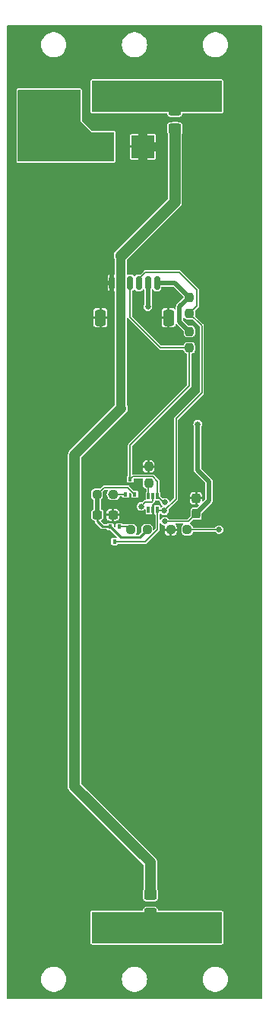
<source format=gbr>
%TF.GenerationSoftware,KiCad,Pcbnew,7.0.5*%
%TF.CreationDate,2023-06-02T13:02:35-04:00*%
%TF.ProjectId,SIDE,53494445-2e6b-4696-9361-645f70636258,rev?*%
%TF.SameCoordinates,Original*%
%TF.FileFunction,Copper,L2,Bot*%
%TF.FilePolarity,Positive*%
%FSLAX46Y46*%
G04 Gerber Fmt 4.6, Leading zero omitted, Abs format (unit mm)*
G04 Created by KiCad (PCBNEW 7.0.5) date 2023-06-02 13:02:35*
%MOMM*%
%LPD*%
G01*
G04 APERTURE LIST*
G04 Aperture macros list*
%AMRoundRect*
0 Rectangle with rounded corners*
0 $1 Rounding radius*
0 $2 $3 $4 $5 $6 $7 $8 $9 X,Y pos of 4 corners*
0 Add a 4 corners polygon primitive as box body*
4,1,4,$2,$3,$4,$5,$6,$7,$8,$9,$2,$3,0*
0 Add four circle primitives for the rounded corners*
1,1,$1+$1,$2,$3*
1,1,$1+$1,$4,$5*
1,1,$1+$1,$6,$7*
1,1,$1+$1,$8,$9*
0 Add four rect primitives between the rounded corners*
20,1,$1+$1,$2,$3,$4,$5,0*
20,1,$1+$1,$4,$5,$6,$7,0*
20,1,$1+$1,$6,$7,$8,$9,0*
20,1,$1+$1,$8,$9,$2,$3,0*%
G04 Aperture macros list end*
%TA.AperFunction,SMDPad,CuDef*%
%ADD10RoundRect,0.237500X-0.250000X-0.237500X0.250000X-0.237500X0.250000X0.237500X-0.250000X0.237500X0*%
%TD*%
%TA.AperFunction,SMDPad,CuDef*%
%ADD11RoundRect,0.237500X0.250000X0.237500X-0.250000X0.237500X-0.250000X-0.237500X0.250000X-0.237500X0*%
%TD*%
%TA.AperFunction,SMDPad,CuDef*%
%ADD12RoundRect,0.237500X0.237500X-0.250000X0.237500X0.250000X-0.237500X0.250000X-0.237500X-0.250000X0*%
%TD*%
%TA.AperFunction,SMDPad,CuDef*%
%ADD13R,0.460000X0.475000*%
%TD*%
%TA.AperFunction,SMDPad,CuDef*%
%ADD14RoundRect,0.237500X-0.300000X-0.237500X0.300000X-0.237500X0.300000X0.237500X-0.300000X0.237500X0*%
%TD*%
%TA.AperFunction,SMDPad,CuDef*%
%ADD15R,2.500000X2.500000*%
%TD*%
%TA.AperFunction,SMDPad,CuDef*%
%ADD16RoundRect,0.250000X0.450000X-0.325000X0.450000X0.325000X-0.450000X0.325000X-0.450000X-0.325000X0*%
%TD*%
%TA.AperFunction,SMDPad,CuDef*%
%ADD17R,0.340000X0.700000*%
%TD*%
%TA.AperFunction,SMDPad,CuDef*%
%ADD18RoundRect,0.150000X0.150000X0.625000X-0.150000X0.625000X-0.150000X-0.625000X0.150000X-0.625000X0*%
%TD*%
%TA.AperFunction,SMDPad,CuDef*%
%ADD19RoundRect,0.250000X0.350000X0.650000X-0.350000X0.650000X-0.350000X-0.650000X0.350000X-0.650000X0*%
%TD*%
%TA.AperFunction,SMDPad,CuDef*%
%ADD20RoundRect,0.237500X0.237500X-0.300000X0.237500X0.300000X-0.237500X0.300000X-0.237500X-0.300000X0*%
%TD*%
%TA.AperFunction,SMDPad,CuDef*%
%ADD21RoundRect,0.250000X-0.450000X0.325000X-0.450000X-0.325000X0.450000X-0.325000X0.450000X0.325000X0*%
%TD*%
%TA.AperFunction,ViaPad*%
%ADD22C,0.660400*%
%TD*%
%TA.AperFunction,Conductor*%
%ADD23C,0.508000*%
%TD*%
%TA.AperFunction,Conductor*%
%ADD24C,0.152400*%
%TD*%
%TA.AperFunction,Conductor*%
%ADD25C,1.016000*%
%TD*%
%TA.AperFunction,Conductor*%
%ADD26C,0.254000*%
%TD*%
%TA.AperFunction,Conductor*%
%ADD27C,1.200000*%
%TD*%
%TA.AperFunction,Conductor*%
%ADD28C,1.270000*%
%TD*%
G04 APERTURE END LIST*
D10*
%TO.P,R5,1*%
%TO.N,GND*%
X155767500Y-97688022D03*
%TO.P,R5,2*%
%TO.N,Net-(IC1-ADDR)*%
X157592500Y-97688022D03*
%TD*%
D11*
%TO.P,R11,1*%
%TO.N,/SDA_1.8*%
X149362500Y-93758022D03*
%TO.P,R11,2*%
%TO.N,+1V8*%
X147537500Y-93758022D03*
%TD*%
D12*
%TO.P,R2,1*%
%TO.N,/SCL*%
X157830000Y-73630522D03*
%TO.P,R2,2*%
%TO.N,+3V3*%
X157830000Y-71805522D03*
%TD*%
D13*
%TO.P,Q2,1*%
%TO.N,+1V8*%
X149010000Y-97345022D03*
%TO.P,Q2,2*%
%TO.N,/SCL_1.8*%
X150010000Y-97345022D03*
%TO.P,Q2,3*%
%TO.N,/SCL*%
X149510000Y-99021022D03*
%TD*%
D12*
%TO.P,R4,1*%
%TO.N,Net-(U2-ADD0)*%
X153290000Y-92480522D03*
%TO.P,R4,2*%
%TO.N,GND*%
X153290000Y-90655522D03*
%TD*%
D14*
%TO.P,C2,1*%
%TO.N,+1V8*%
X147587500Y-96048022D03*
%TO.P,C2,2*%
%TO.N,GND*%
X149312500Y-96048022D03*
%TD*%
D12*
%TO.P,R3,1*%
%TO.N,/SDA*%
X157830000Y-77440522D03*
%TO.P,R3,2*%
%TO.N,+3V3*%
X157830000Y-75615522D03*
%TD*%
D15*
%TO.P,J3,1*%
%TO.N,GND*%
X152660000Y-55070000D03*
%TD*%
D16*
%TO.P,D1,1,K*%
%TO.N,/SC*%
X156220000Y-53060522D03*
%TO.P,D1,2,A*%
%TO.N,Net-(D1-A)*%
X156220000Y-51010522D03*
%TD*%
D17*
%TO.P,U2,1,SCL*%
%TO.N,/SCL*%
X154280000Y-95468022D03*
%TO.P,U2,2,GND*%
%TO.N,GND*%
X153780000Y-95468022D03*
%TO.P,U2,3,ALERT*%
%TO.N,unconnected-(U2-ALERT-Pad3)*%
X153280000Y-95468022D03*
%TO.P,U2,4,ADD0*%
%TO.N,Net-(U2-ADD0)*%
X153280000Y-93968022D03*
%TO.P,U2,5,V+*%
%TO.N,+3V3*%
X153780000Y-93968022D03*
%TO.P,U2,6,SDA*%
%TO.N,/SDA*%
X154280000Y-93968022D03*
%TD*%
D13*
%TO.P,Q1,1*%
%TO.N,+1V8*%
X151730000Y-93738022D03*
%TO.P,Q1,2*%
%TO.N,/SDA_1.8*%
X150730000Y-93738022D03*
%TO.P,Q1,3*%
%TO.N,/SDA*%
X151230000Y-92062022D03*
%TD*%
D18*
%TO.P,J4,1,1*%
%TO.N,+3V3*%
X154220000Y-70218022D03*
%TO.P,J4,2,2*%
%TO.N,+1V8*%
X153220000Y-70218022D03*
%TO.P,J4,3,3*%
%TO.N,/SCL*%
X152220000Y-70218022D03*
%TO.P,J4,4,4*%
%TO.N,/SDA*%
X151220000Y-70218022D03*
%TO.P,J4,5,5*%
%TO.N,/SC*%
X150220000Y-70218022D03*
%TO.P,J4,6,6*%
%TO.N,GND*%
X149220000Y-70218022D03*
D19*
%TO.P,J4,MP,MP*%
X155520000Y-74093022D03*
X147920000Y-74093022D03*
%TD*%
D20*
%TO.P,C1,1*%
%TO.N,+3V3*%
X158580000Y-95920522D03*
%TO.P,C1,2*%
%TO.N,GND*%
X158580000Y-94195522D03*
%TD*%
D21*
%TO.P,D2,1,K*%
%TO.N,/SC*%
X153500000Y-138313022D03*
%TO.P,D2,2,A*%
%TO.N,Net-(D2-A)*%
X153500000Y-140363022D03*
%TD*%
D10*
%TO.P,R1,1*%
%TO.N,/SCL_1.8*%
X151307500Y-97688022D03*
%TO.P,R1,2*%
%TO.N,+1V8*%
X153132500Y-97688022D03*
%TD*%
D22*
%TO.N,+3V3*%
X155100000Y-96758022D03*
X157840000Y-75628022D03*
X158580000Y-95920522D03*
X152460000Y-95098022D03*
X158760000Y-85948022D03*
%TO.N,GND*%
X159970000Y-124718022D03*
X144970000Y-74718022D03*
X164970000Y-64718022D03*
X155470000Y-91718022D03*
X164970000Y-89718022D03*
X154470000Y-88718022D03*
X164970000Y-74718022D03*
X164970000Y-99718022D03*
X159970000Y-109718022D03*
X164970000Y-139718022D03*
X159970000Y-119718022D03*
X147720000Y-59718022D03*
X155470000Y-88718022D03*
X155470000Y-85718022D03*
X164970000Y-104718022D03*
X154470000Y-87718022D03*
X164970000Y-84718022D03*
X155470000Y-87718022D03*
X154470000Y-86718022D03*
X159970000Y-139718022D03*
X154720000Y-59718022D03*
X164970000Y-79718022D03*
X164970000Y-69718022D03*
X153470000Y-87718022D03*
X154970000Y-114718022D03*
X159970000Y-54718022D03*
X164970000Y-59718022D03*
X164970000Y-94718022D03*
X140470000Y-97718022D03*
X139470000Y-96568022D03*
X154970000Y-129718022D03*
X144970000Y-79718022D03*
X155470000Y-90718022D03*
X155470000Y-89718022D03*
X149970000Y-119718022D03*
X164970000Y-54718022D03*
X152470000Y-88718022D03*
X164970000Y-124718022D03*
X164970000Y-129718022D03*
X139470000Y-97718022D03*
X139470000Y-98818022D03*
X159970000Y-134718022D03*
X149970000Y-114718022D03*
X164970000Y-114718022D03*
X159970000Y-59718022D03*
X158580000Y-94198022D03*
X159970000Y-64718022D03*
X154720000Y-54718022D03*
X144970000Y-69718022D03*
X154970000Y-124718022D03*
X149970000Y-109718022D03*
X159970000Y-114718022D03*
X159970000Y-104718022D03*
X154970000Y-119718022D03*
X159970000Y-129718022D03*
X144970000Y-64718022D03*
X154970000Y-109718022D03*
X153470000Y-88718022D03*
X164970000Y-109718022D03*
X164970000Y-134718022D03*
X164970000Y-119718022D03*
X157210000Y-94198022D03*
X149970000Y-124718022D03*
X140470000Y-98818022D03*
X155470000Y-86718022D03*
X149970000Y-104718022D03*
X154970000Y-104718022D03*
X144970000Y-84718022D03*
X140470000Y-96568022D03*
%TO.N,/SDA_1.8*%
X149100000Y-93740522D03*
%TO.N,/SCL_1.8*%
X151307500Y-97688022D03*
%TO.N,+1V8*%
X147587500Y-96048022D03*
X147587500Y-93758022D03*
X153220000Y-72858022D03*
%TO.N,/SDA*%
X155120000Y-94648022D03*
%TO.N,/SCL*%
X155050000Y-95578022D03*
%TO.N,Net-(D1-A)*%
X155220000Y-49968022D03*
X159220000Y-49968022D03*
X151220000Y-49968022D03*
X160220000Y-48968022D03*
X150220000Y-48968022D03*
X154220000Y-48968022D03*
X158220000Y-48968022D03*
X152220000Y-48968022D03*
X153220000Y-49968022D03*
X156220000Y-48968022D03*
X149220000Y-49968022D03*
X157220000Y-49968022D03*
X148220000Y-48968022D03*
%TO.N,Net-(D2-A)*%
X159220000Y-142468022D03*
X157220000Y-142468022D03*
X158220000Y-141468022D03*
X153220000Y-142468022D03*
X151220000Y-142468022D03*
X155220000Y-142468022D03*
X148220000Y-141468022D03*
X152220000Y-141468022D03*
X154220000Y-141468022D03*
X149220000Y-142468022D03*
X150220000Y-141468022D03*
X156220000Y-141468022D03*
X160220000Y-141468022D03*
%TO.N,Net-(IC1-ADDR)*%
X161150000Y-97688022D03*
%TO.N,/BW*%
X140470000Y-50518022D03*
X140470000Y-51618022D03*
X139470000Y-51618022D03*
X139470000Y-50518022D03*
X139470000Y-49368022D03*
X140470000Y-49368022D03*
%TD*%
D23*
%TO.N,GND*%
X149220000Y-70218022D02*
X149220000Y-71460000D01*
X149220000Y-70218022D02*
X148488022Y-70218022D01*
X149220000Y-70218022D02*
X149220000Y-69170000D01*
%TO.N,+3V3*%
X156740000Y-74525522D02*
X157830000Y-75615522D01*
X157830000Y-71805522D02*
X156740000Y-72895522D01*
D24*
X153780000Y-93968022D02*
X153780000Y-94470422D01*
D23*
X158760000Y-85948022D02*
X158760000Y-91068022D01*
D24*
X153780000Y-94470422D02*
X153642400Y-94608022D01*
D23*
X160010000Y-94490522D02*
X158580000Y-95920522D01*
D24*
X155100000Y-96758022D02*
X157742500Y-96758022D01*
X153642400Y-94608022D02*
X152940000Y-94608022D01*
D23*
X156242500Y-70218022D02*
X157830000Y-71805522D01*
X160010000Y-92318022D02*
X160010000Y-94490522D01*
X158760000Y-91068022D02*
X160010000Y-92318022D01*
D24*
X157742500Y-96758022D02*
X158580000Y-95920522D01*
D23*
X154220000Y-70218022D02*
X156242500Y-70218022D01*
D24*
X152460000Y-95088022D02*
X152460000Y-95098022D01*
X152940000Y-94608022D02*
X152460000Y-95088022D01*
D23*
X156740000Y-72895522D02*
X156740000Y-74525522D01*
D25*
%TO.N,GND*%
X152660000Y-55070000D02*
X152660000Y-57045000D01*
X152660000Y-55070000D02*
X154410000Y-55070000D01*
X152660000Y-55070000D02*
X152660000Y-52995000D01*
D24*
%TO.N,/SDA_1.8*%
X149102500Y-93738022D02*
X149100000Y-93740522D01*
X150730000Y-93738022D02*
X149102500Y-93738022D01*
%TO.N,/SCL_1.8*%
X150964500Y-97345022D02*
X151307500Y-97688022D01*
X150010000Y-97345022D02*
X150964500Y-97345022D01*
%TO.N,Net-(U2-ADD0)*%
X153280000Y-92500522D02*
X153277500Y-92498022D01*
X153280000Y-93968022D02*
X153280000Y-92500522D01*
%TO.N,+1V8*%
X147587500Y-93758022D02*
X148347500Y-92998022D01*
D23*
X153220000Y-70218022D02*
X153220000Y-72858022D01*
D26*
X147587500Y-96048022D02*
X147587500Y-96775522D01*
X149010000Y-97345022D02*
X150193000Y-98528022D01*
D24*
X148347500Y-92998022D02*
X150990000Y-92998022D01*
D26*
X150193000Y-98528022D02*
X152292500Y-98528022D01*
X152292500Y-98528022D02*
X153132500Y-97688022D01*
X147587500Y-96775522D02*
X148157000Y-97345022D01*
D23*
X147587500Y-96048022D02*
X147587500Y-93808022D01*
X147587500Y-93808022D02*
X147537500Y-93758022D01*
D24*
X150990000Y-92998022D02*
X151730000Y-93738022D01*
D26*
X148157000Y-97345022D02*
X149010000Y-97345022D01*
D27*
%TO.N,/SC*%
X145050000Y-126258022D02*
X145050000Y-89358022D01*
D28*
X156220000Y-53060522D02*
X156220000Y-61218022D01*
D27*
X145050000Y-89358022D02*
X150220000Y-84188022D01*
D25*
X150220000Y-84188022D02*
X150220000Y-70218022D01*
D28*
X156220000Y-61218022D02*
X154720000Y-62718022D01*
D27*
X153500000Y-138313022D02*
X153500000Y-134708022D01*
D25*
X150220000Y-70218022D02*
X150220000Y-67218022D01*
D27*
X153500000Y-134708022D02*
X145050000Y-126258022D01*
D28*
X150220000Y-67218022D02*
X154720000Y-62718022D01*
D24*
%TO.N,/SDA*%
X154630522Y-77440522D02*
X157830000Y-77440522D01*
X157830000Y-81688022D02*
X151230000Y-88288022D01*
X157830000Y-77440522D02*
X157830000Y-81688022D01*
X151220000Y-70218022D02*
X151220000Y-74030000D01*
X155120000Y-94648022D02*
X154960000Y-94648022D01*
X151220000Y-74030000D02*
X154630522Y-77440522D01*
X154960000Y-94648022D02*
X154280000Y-93968022D01*
X153720565Y-91764422D02*
X154280000Y-92323857D01*
X151230000Y-88288022D02*
X151230000Y-92062022D01*
X151230000Y-92062022D02*
X151527600Y-91764422D01*
X154280000Y-92323857D02*
X154280000Y-93968022D01*
X151527600Y-91764422D02*
X153720565Y-91764422D01*
%TO.N,/SCL*%
X154390000Y-95578022D02*
X154280000Y-95468022D01*
X157830000Y-73630522D02*
X157840522Y-73630522D01*
X158700000Y-71030000D02*
X158700000Y-72760522D01*
X156730000Y-69060000D02*
X158700000Y-71030000D01*
X152220000Y-69740000D02*
X152900000Y-69060000D01*
X159230000Y-82438022D02*
X156340000Y-85328022D01*
X158700000Y-72760522D02*
X157830000Y-73630522D01*
X156340000Y-85328022D02*
X156340000Y-94288022D01*
X155050000Y-95578022D02*
X154390000Y-95578022D01*
X159230000Y-75020000D02*
X159230000Y-82438022D01*
X152220000Y-70218022D02*
X152220000Y-69740000D01*
X152946165Y-99021022D02*
X149510000Y-99021022D01*
X152900000Y-69060000D02*
X156730000Y-69060000D01*
X154280000Y-95468022D02*
X154280000Y-97687187D01*
X154280000Y-97687187D02*
X152946165Y-99021022D01*
X156340000Y-94288022D02*
X155050000Y-95578022D01*
X157840522Y-73630522D02*
X159230000Y-75020000D01*
%TO.N,Net-(IC1-ADDR)*%
X161150000Y-97688022D02*
X157592500Y-97688022D01*
%TD*%
%TA.AperFunction,Conductor*%
%TO.N,Net-(D1-A)*%
G36*
X161438601Y-47738587D02*
G01*
X161468665Y-47790658D01*
X161470000Y-47805922D01*
X161470000Y-51130122D01*
X161449435Y-51186623D01*
X161397364Y-51216687D01*
X161382100Y-51218022D01*
X147057900Y-51218022D01*
X147001399Y-51197457D01*
X146971335Y-51145386D01*
X146970000Y-51130122D01*
X146970000Y-47805922D01*
X146990565Y-47749421D01*
X147042636Y-47719357D01*
X147057900Y-47718022D01*
X161382100Y-47718022D01*
X161438601Y-47738587D01*
G37*
%TD.AperFunction*%
%TD*%
%TA.AperFunction,Conductor*%
%TO.N,GND*%
G36*
X156094048Y-70645487D02*
G01*
X156099702Y-70650667D01*
X157176355Y-71727320D01*
X157201766Y-71781814D01*
X157202100Y-71789475D01*
X157202100Y-71821568D01*
X157181535Y-71878069D01*
X157176355Y-71883723D01*
X156497849Y-72562230D01*
X156497848Y-72562229D01*
X156406709Y-72653369D01*
X156406704Y-72653376D01*
X156395124Y-72676100D01*
X156387924Y-72687850D01*
X156372929Y-72708490D01*
X156365046Y-72732751D01*
X156359770Y-72745489D01*
X156348192Y-72768213D01*
X156348190Y-72768219D01*
X156344200Y-72793407D01*
X156340983Y-72806810D01*
X156333100Y-72831076D01*
X156333100Y-73082954D01*
X156312535Y-73139455D01*
X156260464Y-73169519D01*
X156201250Y-73159078D01*
X156181187Y-73141150D01*
X156180575Y-73141763D01*
X156175914Y-73137102D01*
X156072154Y-73060524D01*
X156072153Y-73060523D01*
X155950434Y-73017932D01*
X155950429Y-73017931D01*
X155921533Y-73015222D01*
X155647000Y-73015222D01*
X155647000Y-75170821D01*
X155647001Y-75170822D01*
X155921530Y-75170822D01*
X155921533Y-75170821D01*
X155950429Y-75168112D01*
X155950434Y-75168111D01*
X156072153Y-75125520D01*
X156072154Y-75125519D01*
X156175914Y-75048941D01*
X156175919Y-75048936D01*
X156252496Y-74945178D01*
X156292277Y-74831489D01*
X156330349Y-74784950D01*
X156389428Y-74773772D01*
X156437400Y-74798365D01*
X156809857Y-75170822D01*
X157176355Y-75537319D01*
X157201766Y-75591813D01*
X157202100Y-75599474D01*
X157202100Y-75896243D01*
X157216579Y-75987663D01*
X157216579Y-75987664D01*
X157216580Y-75987666D01*
X157272723Y-76097854D01*
X157360168Y-76185299D01*
X157470356Y-76241442D01*
X157561778Y-76255922D01*
X157561779Y-76255922D01*
X158098221Y-76255922D01*
X158098222Y-76255922D01*
X158189644Y-76241442D01*
X158299832Y-76185299D01*
X158387277Y-76097854D01*
X158443420Y-75987666D01*
X158457900Y-75896244D01*
X158457900Y-75334800D01*
X158443420Y-75243378D01*
X158387277Y-75133190D01*
X158299832Y-75045745D01*
X158189644Y-74989602D01*
X158189642Y-74989601D01*
X158189641Y-74989601D01*
X158119414Y-74978478D01*
X158098222Y-74975122D01*
X158098221Y-74975122D01*
X157801453Y-74975122D01*
X157744952Y-74954557D01*
X157739298Y-74949377D01*
X157172645Y-74382723D01*
X157147234Y-74328229D01*
X157146900Y-74320568D01*
X157146900Y-74199240D01*
X157167465Y-74142739D01*
X157219536Y-74112675D01*
X157278750Y-74123116D01*
X157296950Y-74137081D01*
X157360168Y-74200299D01*
X157470356Y-74256442D01*
X157561778Y-74270922D01*
X157561779Y-74270922D01*
X158098219Y-74270922D01*
X158098222Y-74270922D01*
X158104658Y-74269902D01*
X158163679Y-74281371D01*
X158180568Y-74294564D01*
X158975155Y-75089151D01*
X159000566Y-75143645D01*
X159000900Y-75151306D01*
X159000900Y-82306714D01*
X158980335Y-82363215D01*
X158975155Y-82368869D01*
X156183040Y-85160983D01*
X156181372Y-85162566D01*
X156150514Y-85190351D01*
X156150513Y-85190352D01*
X156150514Y-85190352D01*
X156140849Y-85212056D01*
X156134278Y-85224159D01*
X156125226Y-85238098D01*
X156121338Y-85244087D01*
X156120248Y-85250969D01*
X156113735Y-85272956D01*
X156110900Y-85279325D01*
X156110900Y-85303073D01*
X156109818Y-85316822D01*
X156106103Y-85340277D01*
X156106103Y-85340280D01*
X156107905Y-85347004D01*
X156110900Y-85369755D01*
X156110900Y-94156714D01*
X156090335Y-94213215D01*
X156085155Y-94218869D01*
X155738263Y-94565760D01*
X155683769Y-94591171D01*
X155625691Y-94575608D01*
X155591203Y-94526355D01*
X155589102Y-94516111D01*
X155588298Y-94510518D01*
X155588298Y-94510517D01*
X155530589Y-94384153D01*
X155439617Y-94279165D01*
X155439615Y-94279164D01*
X155439613Y-94279162D01*
X155322754Y-94204061D01*
X155322751Y-94204060D01*
X155296092Y-94196232D01*
X155189463Y-94164922D01*
X155189459Y-94164922D01*
X155050541Y-94164922D01*
X155050536Y-94164922D01*
X154911218Y-94205831D01*
X154910577Y-94203651D01*
X154859788Y-94207670D01*
X154821087Y-94185112D01*
X154628644Y-93992669D01*
X154603233Y-93938175D01*
X154602899Y-93930514D01*
X154602899Y-93602963D01*
X154596454Y-93570563D01*
X154594028Y-93558364D01*
X154560234Y-93507788D01*
X154560153Y-93507733D01*
X154548162Y-93499721D01*
X154512611Y-93451230D01*
X154509100Y-93426637D01*
X154509100Y-92331024D01*
X154509160Y-92328723D01*
X154509901Y-92314578D01*
X154511335Y-92287218D01*
X154502824Y-92265049D01*
X154498907Y-92251822D01*
X154493970Y-92228594D01*
X154493969Y-92228592D01*
X154489874Y-92222956D01*
X154478927Y-92202794D01*
X154476432Y-92196293D01*
X154459636Y-92179497D01*
X154450678Y-92169008D01*
X154449938Y-92167990D01*
X154436722Y-92149799D01*
X154436721Y-92149798D01*
X154430692Y-92146317D01*
X154412488Y-92132349D01*
X153887604Y-91607463D01*
X153886035Y-91605811D01*
X153858235Y-91574936D01*
X153858234Y-91574935D01*
X153836537Y-91565274D01*
X153824423Y-91558697D01*
X153811587Y-91550362D01*
X153804501Y-91545761D01*
X153804498Y-91545760D01*
X153804497Y-91545760D01*
X153797623Y-91544671D01*
X153775629Y-91538156D01*
X153769264Y-91535322D01*
X153769262Y-91535322D01*
X153745512Y-91535322D01*
X153731762Y-91534240D01*
X153719684Y-91532327D01*
X153708308Y-91530525D01*
X153708305Y-91530525D01*
X153701582Y-91532327D01*
X153678832Y-91535322D01*
X151547000Y-91535322D01*
X151490499Y-91514757D01*
X151460435Y-91462686D01*
X151459100Y-91447422D01*
X151459100Y-90938206D01*
X152637200Y-90938206D01*
X152652602Y-91035454D01*
X152712326Y-91152670D01*
X152805351Y-91245695D01*
X152922567Y-91305419D01*
X153019816Y-91320822D01*
X153162999Y-91320822D01*
X153163000Y-91320820D01*
X153417000Y-91320820D01*
X153417001Y-91320822D01*
X153560184Y-91320822D01*
X153657432Y-91305419D01*
X153774648Y-91245695D01*
X153867673Y-91152670D01*
X153927397Y-91035454D01*
X153942800Y-90938206D01*
X153942800Y-90782522D01*
X153417001Y-90782522D01*
X153417000Y-90782523D01*
X153417000Y-91320820D01*
X153163000Y-91320820D01*
X153163000Y-90782523D01*
X153162999Y-90782522D01*
X152637201Y-90782522D01*
X152637200Y-90782523D01*
X152637200Y-90938206D01*
X151459100Y-90938206D01*
X151459100Y-90528520D01*
X152637200Y-90528520D01*
X152637201Y-90528522D01*
X153162999Y-90528522D01*
X153163000Y-90528520D01*
X153417000Y-90528520D01*
X153417001Y-90528522D01*
X153942799Y-90528522D01*
X153942800Y-90528521D01*
X153942800Y-90372837D01*
X153927397Y-90275589D01*
X153867673Y-90158373D01*
X153774648Y-90065348D01*
X153657432Y-90005624D01*
X153560184Y-89990222D01*
X153417001Y-89990222D01*
X153417000Y-89990223D01*
X153417000Y-90528520D01*
X153163000Y-90528520D01*
X153163000Y-89990223D01*
X153162999Y-89990222D01*
X153019816Y-89990222D01*
X152922567Y-90005624D01*
X152805351Y-90065348D01*
X152712326Y-90158373D01*
X152652602Y-90275589D01*
X152637200Y-90372837D01*
X152637200Y-90528520D01*
X151459100Y-90528520D01*
X151459100Y-88419327D01*
X151479665Y-88362826D01*
X151484834Y-88357183D01*
X157986965Y-81855051D01*
X157988598Y-81853502D01*
X158019486Y-81825692D01*
X158029145Y-81803996D01*
X158035724Y-81791878D01*
X158048662Y-81771958D01*
X158049751Y-81765079D01*
X158056268Y-81743076D01*
X158059100Y-81736719D01*
X158059100Y-81712969D01*
X158060182Y-81699219D01*
X158063897Y-81675763D01*
X158063896Y-81675758D01*
X158062095Y-81669035D01*
X158059100Y-81646287D01*
X158059100Y-78162192D01*
X158079665Y-78105691D01*
X158131736Y-78075627D01*
X158133250Y-78075374D01*
X158189644Y-78066442D01*
X158299832Y-78010299D01*
X158387277Y-77922854D01*
X158443420Y-77812666D01*
X158457900Y-77721244D01*
X158457900Y-77159800D01*
X158443420Y-77068378D01*
X158387277Y-76958190D01*
X158299832Y-76870745D01*
X158189644Y-76814602D01*
X158189642Y-76814601D01*
X158189641Y-76814601D01*
X158119414Y-76803478D01*
X158098222Y-76800122D01*
X157561778Y-76800122D01*
X157544574Y-76802846D01*
X157470358Y-76814601D01*
X157360168Y-76870745D01*
X157272723Y-76958190D01*
X157216579Y-77068380D01*
X157205668Y-77137273D01*
X157176518Y-77189861D01*
X157120384Y-77211409D01*
X157118850Y-77211422D01*
X154761829Y-77211422D01*
X154705328Y-77190857D01*
X154699674Y-77185677D01*
X152308553Y-74794555D01*
X154742200Y-74794555D01*
X154744909Y-74823451D01*
X154744910Y-74823456D01*
X154787501Y-74945175D01*
X154787502Y-74945176D01*
X154864080Y-75048936D01*
X154864085Y-75048941D01*
X154967845Y-75125519D01*
X154967846Y-75125520D01*
X155089565Y-75168111D01*
X155089570Y-75168112D01*
X155118466Y-75170821D01*
X155118470Y-75170822D01*
X155392999Y-75170822D01*
X155393000Y-75170821D01*
X155393000Y-74220022D01*
X154742201Y-74220022D01*
X154742200Y-74220023D01*
X154742200Y-74794555D01*
X152308553Y-74794555D01*
X151480019Y-73966021D01*
X154742200Y-73966021D01*
X154742201Y-73966022D01*
X155392999Y-73966022D01*
X155393000Y-73966021D01*
X155393000Y-73015223D01*
X155392999Y-73015222D01*
X155118466Y-73015222D01*
X155089570Y-73017931D01*
X155089565Y-73017932D01*
X154967846Y-73060523D01*
X154967845Y-73060524D01*
X154864085Y-73137102D01*
X154864080Y-73137107D01*
X154787502Y-73240867D01*
X154787501Y-73240868D01*
X154744910Y-73362587D01*
X154744909Y-73362592D01*
X154742200Y-73391488D01*
X154742200Y-73966021D01*
X151480019Y-73966021D01*
X151474845Y-73960847D01*
X151449434Y-73906353D01*
X151449100Y-73898692D01*
X151449100Y-71196484D01*
X151469665Y-71139983D01*
X151501496Y-71116073D01*
X151544145Y-71097242D01*
X151624220Y-71017167D01*
X151639590Y-70982356D01*
X151681224Y-70938977D01*
X151741002Y-70932508D01*
X151790953Y-70965977D01*
X151800409Y-70982355D01*
X151815780Y-71017167D01*
X151895855Y-71097242D01*
X151999450Y-71142984D01*
X152024774Y-71145922D01*
X152024781Y-71145922D01*
X152415219Y-71145922D01*
X152415226Y-71145922D01*
X152440550Y-71142984D01*
X152544145Y-71097242D01*
X152624220Y-71017167D01*
X152639590Y-70982356D01*
X152681224Y-70938977D01*
X152741002Y-70932508D01*
X152790953Y-70965977D01*
X152800408Y-70982353D01*
X152805611Y-70994137D01*
X152813100Y-71029639D01*
X152813100Y-72566953D01*
X152805157Y-72603468D01*
X152751702Y-72720517D01*
X152751700Y-72720523D01*
X152731932Y-72858018D01*
X152731932Y-72858025D01*
X152751700Y-72995520D01*
X152751701Y-72995525D01*
X152751702Y-72995527D01*
X152809411Y-73121891D01*
X152900383Y-73226879D01*
X152900385Y-73226880D01*
X152900386Y-73226881D01*
X153017245Y-73301982D01*
X153017246Y-73301982D01*
X153017249Y-73301984D01*
X153108035Y-73328641D01*
X153150536Y-73341121D01*
X153150539Y-73341121D01*
X153150541Y-73341122D01*
X153150542Y-73341122D01*
X153289458Y-73341122D01*
X153289459Y-73341122D01*
X153289461Y-73341121D01*
X153289463Y-73341121D01*
X153305305Y-73336468D01*
X153422751Y-73301984D01*
X153539617Y-73226879D01*
X153630589Y-73121891D01*
X153688298Y-72995527D01*
X153698298Y-72925976D01*
X153708068Y-72858025D01*
X153708068Y-72858018D01*
X153688299Y-72720523D01*
X153688298Y-72720522D01*
X153688298Y-72720517D01*
X153634842Y-72603467D01*
X153626900Y-72566953D01*
X153626900Y-71029639D01*
X153634387Y-70994140D01*
X153639588Y-70982360D01*
X153681217Y-70938980D01*
X153740995Y-70932506D01*
X153790948Y-70965972D01*
X153800409Y-70982356D01*
X153813100Y-71011097D01*
X153815780Y-71017167D01*
X153895855Y-71097242D01*
X153999450Y-71142984D01*
X154024774Y-71145922D01*
X154024781Y-71145922D01*
X154415219Y-71145922D01*
X154415226Y-71145922D01*
X154440550Y-71142984D01*
X154544145Y-71097242D01*
X154624220Y-71017167D01*
X154669962Y-70913572D01*
X154672900Y-70888248D01*
X154672900Y-70712821D01*
X154693465Y-70656321D01*
X154745536Y-70626257D01*
X154760800Y-70624922D01*
X156037547Y-70624922D01*
X156094048Y-70645487D01*
G37*
%TD.AperFunction*%
%TA.AperFunction,Conductor*%
G36*
X165883301Y-41543887D02*
G01*
X165913365Y-41595958D01*
X165914700Y-41611222D01*
X165914700Y-149824822D01*
X165894135Y-149881323D01*
X165842064Y-149911387D01*
X165826800Y-149912722D01*
X137613200Y-149912722D01*
X137556699Y-149892157D01*
X137526635Y-149840086D01*
X137525300Y-149824822D01*
X137525300Y-147718022D01*
X141309884Y-147718022D01*
X141329115Y-147950118D01*
X141329116Y-147950124D01*
X141386286Y-148175882D01*
X141386289Y-148175890D01*
X141457987Y-148339343D01*
X141479840Y-148389163D01*
X141479844Y-148389169D01*
X141607215Y-148584127D01*
X141607216Y-148584129D01*
X141607220Y-148584133D01*
X141764954Y-148755478D01*
X141948740Y-148898524D01*
X142153563Y-149009369D01*
X142373837Y-149084989D01*
X142373839Y-149084989D01*
X142373841Y-149084990D01*
X142603550Y-149123322D01*
X142603554Y-149123322D01*
X142836450Y-149123322D01*
X143066158Y-149084990D01*
X143066158Y-149084989D01*
X143066163Y-149084989D01*
X143286437Y-149009369D01*
X143491260Y-148898524D01*
X143675046Y-148755478D01*
X143832780Y-148584133D01*
X143960160Y-148389163D01*
X144053712Y-148175886D01*
X144110884Y-147950119D01*
X144130116Y-147718022D01*
X150309884Y-147718022D01*
X150329115Y-147950118D01*
X150329116Y-147950124D01*
X150386286Y-148175882D01*
X150386289Y-148175890D01*
X150457987Y-148339343D01*
X150479840Y-148389163D01*
X150479844Y-148389169D01*
X150607215Y-148584127D01*
X150607216Y-148584129D01*
X150607220Y-148584133D01*
X150764954Y-148755478D01*
X150948740Y-148898524D01*
X151153563Y-149009369D01*
X151373837Y-149084989D01*
X151373839Y-149084989D01*
X151373841Y-149084990D01*
X151603550Y-149123322D01*
X151603554Y-149123322D01*
X151836450Y-149123322D01*
X152066158Y-149084990D01*
X152066158Y-149084989D01*
X152066163Y-149084989D01*
X152286437Y-149009369D01*
X152491260Y-148898524D01*
X152675046Y-148755478D01*
X152832780Y-148584133D01*
X152960160Y-148389163D01*
X153053712Y-148175886D01*
X153110884Y-147950119D01*
X153130116Y-147718022D01*
X159309884Y-147718022D01*
X159329115Y-147950118D01*
X159329116Y-147950124D01*
X159386286Y-148175882D01*
X159386289Y-148175890D01*
X159457987Y-148339343D01*
X159479840Y-148389163D01*
X159479844Y-148389169D01*
X159607215Y-148584127D01*
X159607216Y-148584129D01*
X159607220Y-148584133D01*
X159764954Y-148755478D01*
X159948740Y-148898524D01*
X160153563Y-149009369D01*
X160373837Y-149084989D01*
X160373839Y-149084989D01*
X160373841Y-149084990D01*
X160603550Y-149123322D01*
X160603554Y-149123322D01*
X160836450Y-149123322D01*
X161066158Y-149084990D01*
X161066158Y-149084989D01*
X161066163Y-149084989D01*
X161286437Y-149009369D01*
X161491260Y-148898524D01*
X161675046Y-148755478D01*
X161832780Y-148584133D01*
X161960160Y-148389163D01*
X162053712Y-148175886D01*
X162110884Y-147950119D01*
X162130116Y-147718022D01*
X162110884Y-147485925D01*
X162110883Y-147485919D01*
X162053713Y-147260161D01*
X162053710Y-147260153D01*
X161960164Y-147046891D01*
X161960160Y-147046881D01*
X161879435Y-146923322D01*
X161832784Y-146851916D01*
X161832783Y-146851914D01*
X161675050Y-146680570D01*
X161675048Y-146680569D01*
X161675046Y-146680566D01*
X161491260Y-146537520D01*
X161286437Y-146426675D01*
X161286433Y-146426673D01*
X161286430Y-146426672D01*
X161066167Y-146351056D01*
X161066158Y-146351053D01*
X160836450Y-146312722D01*
X160836446Y-146312722D01*
X160603554Y-146312722D01*
X160603550Y-146312722D01*
X160373841Y-146351053D01*
X160373832Y-146351056D01*
X160153569Y-146426672D01*
X159948740Y-146537520D01*
X159764949Y-146680570D01*
X159607216Y-146851914D01*
X159607215Y-146851916D01*
X159479844Y-147046874D01*
X159479835Y-147046891D01*
X159386289Y-147260153D01*
X159386286Y-147260161D01*
X159329116Y-147485919D01*
X159329115Y-147485925D01*
X159309884Y-147718022D01*
X153130116Y-147718022D01*
X153110884Y-147485925D01*
X153110883Y-147485919D01*
X153053713Y-147260161D01*
X153053710Y-147260153D01*
X152960164Y-147046891D01*
X152960160Y-147046881D01*
X152879435Y-146923322D01*
X152832784Y-146851916D01*
X152832783Y-146851914D01*
X152675050Y-146680570D01*
X152675048Y-146680569D01*
X152675046Y-146680566D01*
X152491260Y-146537520D01*
X152286437Y-146426675D01*
X152286433Y-146426673D01*
X152286430Y-146426672D01*
X152066167Y-146351056D01*
X152066158Y-146351053D01*
X151836450Y-146312722D01*
X151836446Y-146312722D01*
X151603554Y-146312722D01*
X151603550Y-146312722D01*
X151373841Y-146351053D01*
X151373832Y-146351056D01*
X151153569Y-146426672D01*
X150948740Y-146537520D01*
X150764949Y-146680570D01*
X150607216Y-146851914D01*
X150607215Y-146851916D01*
X150479844Y-147046874D01*
X150479835Y-147046891D01*
X150386289Y-147260153D01*
X150386286Y-147260161D01*
X150329116Y-147485919D01*
X150329115Y-147485925D01*
X150309884Y-147718022D01*
X144130116Y-147718022D01*
X144110884Y-147485925D01*
X144110883Y-147485919D01*
X144053713Y-147260161D01*
X144053710Y-147260153D01*
X143960164Y-147046891D01*
X143960160Y-147046881D01*
X143879435Y-146923322D01*
X143832784Y-146851916D01*
X143832783Y-146851914D01*
X143675050Y-146680570D01*
X143675048Y-146680569D01*
X143675046Y-146680566D01*
X143491260Y-146537520D01*
X143286437Y-146426675D01*
X143286433Y-146426673D01*
X143286430Y-146426672D01*
X143066167Y-146351056D01*
X143066158Y-146351053D01*
X142836450Y-146312722D01*
X142836446Y-146312722D01*
X142603554Y-146312722D01*
X142603550Y-146312722D01*
X142373841Y-146351053D01*
X142373832Y-146351056D01*
X142153569Y-146426672D01*
X141948740Y-146537520D01*
X141764949Y-146680570D01*
X141607216Y-146851914D01*
X141607215Y-146851916D01*
X141479844Y-147046874D01*
X141479835Y-147046891D01*
X141386289Y-147260153D01*
X141386286Y-147260161D01*
X141329116Y-147485919D01*
X141329115Y-147485925D01*
X141309884Y-147718022D01*
X137525300Y-147718022D01*
X137525300Y-143633559D01*
X146812100Y-143633559D01*
X146812399Y-143640441D01*
X146814034Y-143659138D01*
X146814035Y-143659146D01*
X146834588Y-143724335D01*
X146834591Y-143724341D01*
X146864653Y-143776408D01*
X146880438Y-143798951D01*
X146880440Y-143798953D01*
X146947393Y-143845834D01*
X147003894Y-143866399D01*
X147019240Y-143869105D01*
X147057887Y-143875920D01*
X147057891Y-143875920D01*
X147057900Y-143875922D01*
X147057905Y-143875922D01*
X161385532Y-143875922D01*
X161385544Y-143875922D01*
X161392426Y-143875622D01*
X161411122Y-143873987D01*
X161476316Y-143853432D01*
X161528387Y-143823368D01*
X161550931Y-143807582D01*
X161597812Y-143740629D01*
X161618377Y-143684128D01*
X161627900Y-143630122D01*
X161627900Y-140302478D01*
X161627600Y-140295596D01*
X161625965Y-140276900D01*
X161618088Y-140251916D01*
X161605411Y-140211708D01*
X161605408Y-140211702D01*
X161575346Y-140159635D01*
X161559561Y-140137092D01*
X161559559Y-140137090D01*
X161492608Y-140090211D01*
X161492609Y-140090211D01*
X161492607Y-140090210D01*
X161436106Y-140069645D01*
X161436093Y-140069642D01*
X161382112Y-140060123D01*
X161382102Y-140060122D01*
X161382100Y-140060122D01*
X161382095Y-140060122D01*
X154436496Y-140060122D01*
X154379995Y-140039557D01*
X154349931Y-139987486D01*
X154349678Y-139985972D01*
X154337957Y-139911968D01*
X154337957Y-139911967D01*
X154280016Y-139798251D01*
X154189771Y-139708006D01*
X154189768Y-139708004D01*
X154076053Y-139650064D01*
X154076054Y-139650064D01*
X153996649Y-139637488D01*
X153981708Y-139635122D01*
X153018292Y-139635122D01*
X153003350Y-139637488D01*
X152923946Y-139650064D01*
X152810231Y-139708004D01*
X152719982Y-139798253D01*
X152662042Y-139911968D01*
X152650322Y-139985972D01*
X152621172Y-140038561D01*
X152565039Y-140060109D01*
X152563504Y-140060122D01*
X147054456Y-140060122D01*
X147052662Y-140060200D01*
X147047580Y-140060421D01*
X147028883Y-140062056D01*
X147028875Y-140062057D01*
X146963686Y-140082610D01*
X146963680Y-140082613D01*
X146911613Y-140112675D01*
X146889070Y-140128460D01*
X146889068Y-140128462D01*
X146842189Y-140195413D01*
X146842188Y-140195415D01*
X146821623Y-140251915D01*
X146821620Y-140251928D01*
X146812101Y-140305909D01*
X146812100Y-140305927D01*
X146812100Y-143633559D01*
X137525300Y-143633559D01*
X137525300Y-126235974D01*
X144292296Y-126235974D01*
X144296933Y-126288980D01*
X144297100Y-126292812D01*
X144297100Y-126301877D01*
X144300847Y-126333939D01*
X144300977Y-126335209D01*
X144307634Y-126411304D01*
X144307635Y-126411311D01*
X144308297Y-126413306D01*
X144312163Y-126430745D01*
X144312406Y-126432831D01*
X144312408Y-126432838D01*
X144338540Y-126504633D01*
X144338959Y-126505840D01*
X144362996Y-126578377D01*
X144362998Y-126578381D01*
X144362999Y-126578382D01*
X144364101Y-126580169D01*
X144371882Y-126596240D01*
X144372604Y-126598223D01*
X144372605Y-126598225D01*
X144372607Y-126598229D01*
X144414583Y-126662050D01*
X144415270Y-126663128D01*
X144455394Y-126728178D01*
X144456883Y-126729667D01*
X144468164Y-126743515D01*
X144469319Y-126745271D01*
X144524872Y-126797682D01*
X144525764Y-126798548D01*
X152721355Y-134994138D01*
X152746766Y-135048632D01*
X152747100Y-135056293D01*
X152747100Y-137684725D01*
X152726535Y-137741226D01*
X152721360Y-137746875D01*
X152719983Y-137748251D01*
X152719983Y-137748252D01*
X152662042Y-137861968D01*
X152647100Y-137956315D01*
X152647100Y-138669728D01*
X152662042Y-138764075D01*
X152662042Y-138764076D01*
X152662043Y-138764077D01*
X152719984Y-138877793D01*
X152810229Y-138968038D01*
X152923945Y-139025979D01*
X153018292Y-139040922D01*
X153293337Y-139040922D01*
X153318546Y-139044614D01*
X153368370Y-139059531D01*
X153485506Y-139066353D01*
X153544073Y-139069765D01*
X153544073Y-139069764D01*
X153544075Y-139069765D01*
X153700078Y-139042257D01*
X153715343Y-139040922D01*
X153981706Y-139040922D01*
X153981708Y-139040922D01*
X154076055Y-139025979D01*
X154189771Y-138968038D01*
X154280016Y-138877793D01*
X154337957Y-138764077D01*
X154352900Y-138669730D01*
X154352900Y-137956314D01*
X154337957Y-137861967D01*
X154280016Y-137748251D01*
X154278640Y-137746875D01*
X154277966Y-137745430D01*
X154275952Y-137742658D01*
X154276491Y-137742266D01*
X154253234Y-137692379D01*
X154252900Y-137684725D01*
X154252900Y-134769269D01*
X154253828Y-134756529D01*
X154257704Y-134730069D01*
X154253067Y-134677061D01*
X154252900Y-134673229D01*
X154252900Y-134664182D01*
X154252900Y-134664175D01*
X154249147Y-134632077D01*
X154249031Y-134630943D01*
X154242366Y-134554736D01*
X154241702Y-134552732D01*
X154237834Y-134535284D01*
X154237592Y-134533209D01*
X154211443Y-134461367D01*
X154211038Y-134460198D01*
X154187006Y-134387675D01*
X154187004Y-134387669D01*
X154187004Y-134387668D01*
X154185898Y-134385875D01*
X154178116Y-134369799D01*
X154177396Y-134367821D01*
X154135362Y-134303911D01*
X154134744Y-134302941D01*
X154094607Y-134237868D01*
X154093118Y-134236379D01*
X154081834Y-134222526D01*
X154080684Y-134220777D01*
X154080682Y-134220775D01*
X154080681Y-134220773D01*
X154025109Y-134168344D01*
X154024216Y-134167477D01*
X145828645Y-125971906D01*
X145803234Y-125917412D01*
X145802900Y-125909751D01*
X145802900Y-89706292D01*
X145823465Y-89649791D01*
X145828634Y-89644148D01*
X150783385Y-84689398D01*
X150865168Y-84585967D01*
X150939550Y-84426455D01*
X150975140Y-84254088D01*
X150970021Y-84078160D01*
X150924468Y-83908154D01*
X150891430Y-83846880D01*
X150880900Y-83805163D01*
X150880900Y-74227105D01*
X150901465Y-74170604D01*
X150953536Y-74140540D01*
X151012750Y-74150981D01*
X151030958Y-74164954D01*
X151040366Y-74174363D01*
X151049320Y-74184847D01*
X151063276Y-74204056D01*
X151063278Y-74204058D01*
X151069308Y-74207539D01*
X151087510Y-74221506D01*
X154463473Y-77597470D01*
X154465057Y-77599139D01*
X154492852Y-77630008D01*
X154492853Y-77630008D01*
X154492854Y-77630009D01*
X154514544Y-77639666D01*
X154526666Y-77646248D01*
X154537986Y-77653599D01*
X154546583Y-77659182D01*
X154546584Y-77659182D01*
X154546585Y-77659183D01*
X154553460Y-77660271D01*
X154575460Y-77666788D01*
X154581825Y-77669622D01*
X154605580Y-77669622D01*
X154619329Y-77670703D01*
X154642780Y-77674418D01*
X154649501Y-77672617D01*
X154672251Y-77669622D01*
X157118850Y-77669622D01*
X157175351Y-77690187D01*
X157205415Y-77742258D01*
X157205668Y-77743771D01*
X157216579Y-77812663D01*
X157216579Y-77812664D01*
X157216580Y-77812666D01*
X157272723Y-77922854D01*
X157360168Y-78010299D01*
X157470356Y-78066442D01*
X157526750Y-78075374D01*
X157579339Y-78104524D01*
X157600887Y-78160658D01*
X157600900Y-78162192D01*
X157600900Y-81556714D01*
X157580335Y-81613215D01*
X157575155Y-81618869D01*
X151073040Y-88120983D01*
X151071372Y-88122566D01*
X151040514Y-88150351D01*
X151040513Y-88150352D01*
X151040514Y-88150352D01*
X151030849Y-88172056D01*
X151024278Y-88184159D01*
X151015226Y-88198098D01*
X151011338Y-88204087D01*
X151010248Y-88210969D01*
X151003735Y-88232956D01*
X151000900Y-88239325D01*
X151000900Y-88263073D01*
X150999818Y-88276822D01*
X150996103Y-88300277D01*
X150996103Y-88300280D01*
X150997905Y-88307004D01*
X151000900Y-88329755D01*
X151000900Y-91596677D01*
X150980335Y-91653178D01*
X150946639Y-91677886D01*
X150940341Y-91680494D01*
X150889767Y-91714287D01*
X150889764Y-91714290D01*
X150855971Y-91764863D01*
X150847100Y-91809465D01*
X150847100Y-92314580D01*
X150855972Y-92359180D01*
X150889766Y-92409756D01*
X150903231Y-92418753D01*
X150940341Y-92443550D01*
X150947741Y-92445021D01*
X150984943Y-92452422D01*
X151475056Y-92452421D01*
X151475058Y-92452421D01*
X151487750Y-92449896D01*
X151519658Y-92443550D01*
X151570234Y-92409756D01*
X151604028Y-92359180D01*
X151612900Y-92314579D01*
X151612899Y-92081421D01*
X151633463Y-92024921D01*
X151685535Y-91994857D01*
X151700799Y-91993522D01*
X152592915Y-91993522D01*
X152649416Y-92014087D01*
X152679480Y-92066158D01*
X152677011Y-92101442D01*
X152677662Y-92101545D01*
X152672783Y-92132349D01*
X152662100Y-92199800D01*
X152662100Y-92761244D01*
X152664970Y-92779362D01*
X152676579Y-92852663D01*
X152676579Y-92852664D01*
X152676580Y-92852666D01*
X152732723Y-92962854D01*
X152820168Y-93050299D01*
X152930356Y-93106442D01*
X152976750Y-93113790D01*
X153029339Y-93142940D01*
X153050887Y-93199073D01*
X153050900Y-93200608D01*
X153050900Y-93426637D01*
X153030335Y-93483138D01*
X153011838Y-93499721D01*
X152999768Y-93507786D01*
X152999764Y-93507790D01*
X152965971Y-93558363D01*
X152957100Y-93602965D01*
X152957100Y-94295645D01*
X152936535Y-94352146D01*
X152900702Y-94377706D01*
X152881188Y-94385197D01*
X152867965Y-94389114D01*
X152844739Y-94394051D01*
X152844728Y-94394056D01*
X152839093Y-94398150D01*
X152818943Y-94409091D01*
X152812437Y-94411588D01*
X152812434Y-94411591D01*
X152795639Y-94428385D01*
X152785156Y-94437339D01*
X152765943Y-94451298D01*
X152765936Y-94451306D01*
X152762454Y-94457337D01*
X152748491Y-94475533D01*
X152627903Y-94596121D01*
X152573409Y-94621532D01*
X152540985Y-94618306D01*
X152529461Y-94614922D01*
X152529459Y-94614922D01*
X152390541Y-94614922D01*
X152390536Y-94614922D01*
X152257249Y-94654060D01*
X152257245Y-94654061D01*
X152140386Y-94729162D01*
X152140381Y-94729166D01*
X152049410Y-94834154D01*
X151991702Y-94960517D01*
X151991700Y-94960523D01*
X151971932Y-95098018D01*
X151971932Y-95098025D01*
X151991700Y-95235520D01*
X151991701Y-95235525D01*
X151991702Y-95235527D01*
X152049411Y-95361891D01*
X152101757Y-95422302D01*
X152140379Y-95466875D01*
X152140383Y-95466879D01*
X152140385Y-95466880D01*
X152140386Y-95466881D01*
X152257245Y-95541982D01*
X152257246Y-95541982D01*
X152257249Y-95541984D01*
X152348035Y-95568641D01*
X152390536Y-95581121D01*
X152390539Y-95581121D01*
X152390541Y-95581122D01*
X152390542Y-95581122D01*
X152529458Y-95581122D01*
X152529459Y-95581122D01*
X152529461Y-95581121D01*
X152529463Y-95581121D01*
X152545305Y-95576468D01*
X152662751Y-95541984D01*
X152779617Y-95466879D01*
X152802769Y-95440158D01*
X152855309Y-95410925D01*
X152914350Y-95422302D01*
X152952265Y-95468968D01*
X152957100Y-95497720D01*
X152957100Y-95833080D01*
X152965972Y-95877680D01*
X152999766Y-95928256D01*
X153011835Y-95936320D01*
X153050341Y-95962050D01*
X153057741Y-95963521D01*
X153094943Y-95970922D01*
X153465056Y-95970921D01*
X153470760Y-95969786D01*
X153530184Y-95978932D01*
X153536741Y-95982911D01*
X153540623Y-95985504D01*
X153540625Y-95985505D01*
X153592486Y-95995821D01*
X153652999Y-95995820D01*
X153653000Y-95995820D01*
X153653000Y-94911167D01*
X153673565Y-94854666D01*
X153722625Y-94825187D01*
X153737665Y-94821991D01*
X153743294Y-94817900D01*
X153763461Y-94806949D01*
X153769964Y-94804454D01*
X153786765Y-94787651D01*
X153797240Y-94778705D01*
X153816458Y-94764744D01*
X153819939Y-94758712D01*
X153833905Y-94740511D01*
X153936965Y-94637452D01*
X153938598Y-94635902D01*
X153969486Y-94608092D01*
X153979145Y-94586395D01*
X153985721Y-94574283D01*
X153998662Y-94554358D01*
X153999751Y-94547479D01*
X154006264Y-94525486D01*
X154007465Y-94522789D01*
X154049230Y-94479537D01*
X154090625Y-94472100D01*
X154090625Y-94470922D01*
X154094942Y-94470921D01*
X154094943Y-94470922D01*
X154422493Y-94470921D01*
X154478994Y-94491486D01*
X154484648Y-94496666D01*
X154610561Y-94622579D01*
X154635411Y-94672225D01*
X154651700Y-94785520D01*
X154651701Y-94785525D01*
X154651702Y-94785527D01*
X154709411Y-94911891D01*
X154756520Y-94966258D01*
X154800381Y-95016877D01*
X154805133Y-95020994D01*
X154804145Y-95022133D01*
X154836334Y-95064427D01*
X154833475Y-95124486D01*
X154799922Y-95164474D01*
X154738322Y-95204063D01*
X154679673Y-95217310D01*
X154626229Y-95189759D01*
X154602999Y-95134301D01*
X154602899Y-95130117D01*
X154602899Y-95102963D01*
X154599111Y-95083924D01*
X154594028Y-95058364D01*
X154560234Y-95007788D01*
X154560002Y-95007633D01*
X154509658Y-94973993D01*
X154470768Y-94966258D01*
X154465057Y-94965122D01*
X154465056Y-94965122D01*
X154094941Y-94965122D01*
X154094939Y-94965123D01*
X154089232Y-94966258D01*
X154029805Y-94957107D01*
X154023254Y-94953131D01*
X154019374Y-94950538D01*
X154019371Y-94950537D01*
X153967513Y-94940222D01*
X153907001Y-94940222D01*
X153907000Y-94940223D01*
X153907000Y-95995820D01*
X153907001Y-95995821D01*
X153963000Y-95995821D01*
X154019501Y-96016386D01*
X154049565Y-96068457D01*
X154050900Y-96083721D01*
X154050900Y-97555880D01*
X154030335Y-97612381D01*
X154025155Y-97618035D01*
X153922955Y-97720235D01*
X153868461Y-97745646D01*
X153810383Y-97730083D01*
X153775895Y-97680830D01*
X153772900Y-97658080D01*
X153772900Y-97419800D01*
X153758420Y-97328380D01*
X153758420Y-97328378D01*
X153702277Y-97218190D01*
X153614832Y-97130745D01*
X153504644Y-97074602D01*
X153504642Y-97074601D01*
X153504641Y-97074601D01*
X153422623Y-97061611D01*
X153413222Y-97060122D01*
X152851778Y-97060122D01*
X152842377Y-97061611D01*
X152760358Y-97074601D01*
X152650168Y-97130745D01*
X152562723Y-97218190D01*
X152506579Y-97328380D01*
X152492100Y-97419800D01*
X152492100Y-97896173D01*
X152471535Y-97952674D01*
X152466355Y-97958328D01*
X152202307Y-98222377D01*
X152147813Y-98247787D01*
X152140152Y-98248122D01*
X151974723Y-98248122D01*
X151918222Y-98227557D01*
X151888158Y-98175486D01*
X151896403Y-98120317D01*
X151900993Y-98111306D01*
X151933420Y-98047666D01*
X151947900Y-97956244D01*
X151947900Y-97419800D01*
X151933420Y-97328378D01*
X151877277Y-97218190D01*
X151789832Y-97130745D01*
X151679644Y-97074602D01*
X151679642Y-97074601D01*
X151679641Y-97074601D01*
X151597623Y-97061611D01*
X151588222Y-97060122D01*
X151026778Y-97060122D01*
X151017377Y-97061611D01*
X150935357Y-97074601D01*
X150873062Y-97106342D01*
X150833157Y-97115922D01*
X150469703Y-97115922D01*
X150413202Y-97095357D01*
X150389331Y-97055036D01*
X150387340Y-97055861D01*
X150384028Y-97047868D01*
X150384028Y-97047864D01*
X150350234Y-96997288D01*
X150338327Y-96989332D01*
X150299658Y-96963493D01*
X150262456Y-96956093D01*
X150255057Y-96954622D01*
X150255056Y-96954622D01*
X149764941Y-96954622D01*
X149720341Y-96963494D01*
X149669767Y-96997287D01*
X149669764Y-96997290D01*
X149635971Y-97047863D01*
X149627100Y-97092465D01*
X149627100Y-97354073D01*
X149606535Y-97410574D01*
X149554464Y-97440638D01*
X149495250Y-97430197D01*
X149477046Y-97416228D01*
X149418645Y-97357828D01*
X149393234Y-97303335D01*
X149392899Y-97295673D01*
X149392899Y-97092463D01*
X149386466Y-97060122D01*
X149384028Y-97047864D01*
X149350234Y-96997288D01*
X149338327Y-96989332D01*
X149299658Y-96963493D01*
X149262456Y-96956093D01*
X149255057Y-96954622D01*
X149255056Y-96954622D01*
X148764941Y-96954622D01*
X148720341Y-96963494D01*
X148669767Y-96997287D01*
X148669764Y-96997290D01*
X148650543Y-97026057D01*
X148602053Y-97061611D01*
X148577457Y-97065122D01*
X148309349Y-97065122D01*
X148252848Y-97044557D01*
X148247194Y-97039377D01*
X148138615Y-96930798D01*
X148002191Y-96794375D01*
X147976782Y-96739882D01*
X147992343Y-96681804D01*
X148024438Y-96653903D01*
X148119832Y-96605299D01*
X148207277Y-96517854D01*
X148263420Y-96407666D01*
X148277589Y-96318206D01*
X148597200Y-96318206D01*
X148612602Y-96415454D01*
X148672326Y-96532670D01*
X148765351Y-96625695D01*
X148882567Y-96685419D01*
X148979816Y-96700822D01*
X149185499Y-96700822D01*
X149185500Y-96700821D01*
X149439500Y-96700821D01*
X149439501Y-96700822D01*
X149645184Y-96700822D01*
X149742432Y-96685419D01*
X149859648Y-96625695D01*
X149952673Y-96532670D01*
X150012397Y-96415454D01*
X150027800Y-96318206D01*
X150027800Y-96175023D01*
X150027799Y-96175022D01*
X149439501Y-96175022D01*
X149439500Y-96175023D01*
X149439500Y-96700821D01*
X149185500Y-96700821D01*
X149185500Y-96700820D01*
X149185500Y-96175023D01*
X149185499Y-96175022D01*
X148597201Y-96175022D01*
X148597200Y-96175023D01*
X148597200Y-96318206D01*
X148277589Y-96318206D01*
X148277900Y-96316244D01*
X148277900Y-95921021D01*
X148597200Y-95921021D01*
X148597201Y-95921022D01*
X149185499Y-95921022D01*
X149185500Y-95921021D01*
X149439500Y-95921021D01*
X149439501Y-95921022D01*
X150027799Y-95921022D01*
X150027800Y-95921020D01*
X150027800Y-95777837D01*
X150012397Y-95680589D01*
X149952673Y-95563373D01*
X149859648Y-95470348D01*
X149742432Y-95410624D01*
X149645184Y-95395222D01*
X149439501Y-95395222D01*
X149439500Y-95395223D01*
X149439500Y-95921021D01*
X149185500Y-95921021D01*
X149185500Y-95921020D01*
X149185500Y-95395223D01*
X149185499Y-95395222D01*
X148979816Y-95395222D01*
X148882567Y-95410624D01*
X148765351Y-95470348D01*
X148672326Y-95563373D01*
X148612602Y-95680589D01*
X148597200Y-95777837D01*
X148597200Y-95921021D01*
X148277900Y-95921021D01*
X148277900Y-95779800D01*
X148263420Y-95688378D01*
X148207277Y-95578190D01*
X148119832Y-95490745D01*
X148119829Y-95490743D01*
X148042394Y-95451288D01*
X148001388Y-95407314D01*
X147994400Y-95372969D01*
X147994400Y-94377140D01*
X148014965Y-94320639D01*
X148020134Y-94314996D01*
X148107277Y-94227854D01*
X148163420Y-94117666D01*
X148177900Y-94026244D01*
X148177900Y-93528027D01*
X148198465Y-93471526D01*
X148203634Y-93465883D01*
X148416650Y-93252867D01*
X148471145Y-93227456D01*
X148478806Y-93227122D01*
X148680399Y-93227122D01*
X148736900Y-93247687D01*
X148766964Y-93299758D01*
X148758719Y-93354927D01*
X148736580Y-93398376D01*
X148736579Y-93398379D01*
X148735890Y-93402733D01*
X148715506Y-93446536D01*
X148689411Y-93476653D01*
X148689408Y-93476657D01*
X148631703Y-93603011D01*
X148631700Y-93603023D01*
X148611932Y-93740518D01*
X148611932Y-93740525D01*
X148631700Y-93878020D01*
X148631701Y-93878025D01*
X148631702Y-93878027D01*
X148689411Y-94004391D01*
X148708719Y-94026674D01*
X148729106Y-94070483D01*
X148736579Y-94117663D01*
X148736579Y-94117664D01*
X148736580Y-94117666D01*
X148792723Y-94227854D01*
X148880168Y-94315299D01*
X148990356Y-94371442D01*
X149081778Y-94385922D01*
X149081779Y-94385922D01*
X149643221Y-94385922D01*
X149643222Y-94385922D01*
X149734644Y-94371442D01*
X149844832Y-94315299D01*
X149932277Y-94227854D01*
X149988420Y-94117666D01*
X150000519Y-94041271D01*
X150029671Y-93988683D01*
X150085804Y-93967135D01*
X150087338Y-93967122D01*
X150270297Y-93967122D01*
X150326798Y-93987687D01*
X150350668Y-94028007D01*
X150352660Y-94027183D01*
X150355971Y-94035178D01*
X150355972Y-94035180D01*
X150389766Y-94085756D01*
X150406701Y-94097072D01*
X150440341Y-94119550D01*
X150447741Y-94121021D01*
X150484943Y-94128422D01*
X150975056Y-94128421D01*
X150975058Y-94128421D01*
X150987750Y-94125896D01*
X151019658Y-94119550D01*
X151070234Y-94085756D01*
X151104028Y-94035180D01*
X151112900Y-93990579D01*
X151112899Y-93657127D01*
X151133464Y-93600627D01*
X151185535Y-93570563D01*
X151244749Y-93581004D01*
X151262954Y-93594973D01*
X151321355Y-93653374D01*
X151346766Y-93707868D01*
X151347100Y-93715529D01*
X151347100Y-93990580D01*
X151354280Y-94026673D01*
X151355972Y-94035180D01*
X151389766Y-94085756D01*
X151406701Y-94097072D01*
X151440341Y-94119550D01*
X151447741Y-94121021D01*
X151484943Y-94128422D01*
X151975056Y-94128421D01*
X151975058Y-94128421D01*
X151987750Y-94125896D01*
X152019658Y-94119550D01*
X152070234Y-94085756D01*
X152104028Y-94035180D01*
X152112900Y-93990579D01*
X152112899Y-93485466D01*
X152112899Y-93485465D01*
X152112899Y-93485463D01*
X152108587Y-93463787D01*
X152104028Y-93440864D01*
X152070234Y-93390288D01*
X152070002Y-93390133D01*
X152019658Y-93356493D01*
X151982456Y-93349093D01*
X151975057Y-93347622D01*
X151975056Y-93347622D01*
X151700006Y-93347622D01*
X151643505Y-93327057D01*
X151637851Y-93321877D01*
X151157039Y-92841063D01*
X151155470Y-92839411D01*
X151127670Y-92808536D01*
X151127669Y-92808535D01*
X151105972Y-92798874D01*
X151093858Y-92792297D01*
X151081022Y-92783962D01*
X151073936Y-92779361D01*
X151073933Y-92779360D01*
X151073932Y-92779360D01*
X151067058Y-92778271D01*
X151045064Y-92771756D01*
X151038699Y-92768922D01*
X151038697Y-92768922D01*
X151014947Y-92768922D01*
X151001197Y-92767840D01*
X150989119Y-92765927D01*
X150977743Y-92764125D01*
X150977740Y-92764125D01*
X150971017Y-92765927D01*
X150948267Y-92768922D01*
X148354649Y-92768922D01*
X148352348Y-92768862D01*
X148310860Y-92766688D01*
X148288688Y-92775198D01*
X148275472Y-92779112D01*
X148252236Y-92784052D01*
X148252235Y-92784052D01*
X148246595Y-92788150D01*
X148226442Y-92799092D01*
X148219935Y-92801590D01*
X148219932Y-92801592D01*
X148203139Y-92818385D01*
X148192654Y-92827340D01*
X148173445Y-92841296D01*
X148173438Y-92841303D01*
X148169958Y-92847332D01*
X148155993Y-92865531D01*
X147913066Y-93108458D01*
X147858572Y-93133869D01*
X147837163Y-93133121D01*
X147818226Y-93130122D01*
X147818222Y-93130122D01*
X147256778Y-93130122D01*
X147239574Y-93132846D01*
X147165358Y-93144601D01*
X147055168Y-93200745D01*
X146967723Y-93288190D01*
X146911579Y-93398380D01*
X146897100Y-93489800D01*
X146897100Y-94026243D01*
X146911579Y-94117663D01*
X146911579Y-94117664D01*
X146911580Y-94117666D01*
X146967723Y-94227854D01*
X147055168Y-94315299D01*
X147132606Y-94354755D01*
X147173612Y-94398728D01*
X147180600Y-94433074D01*
X147180600Y-95372969D01*
X147160035Y-95429470D01*
X147132606Y-95451288D01*
X147055170Y-95490743D01*
X146967723Y-95578190D01*
X146911579Y-95688380D01*
X146897100Y-95779800D01*
X146897100Y-96316243D01*
X146911579Y-96407663D01*
X146911579Y-96407664D01*
X146911580Y-96407666D01*
X146967723Y-96517854D01*
X147055168Y-96605299D01*
X147165356Y-96661442D01*
X147232288Y-96672043D01*
X147284874Y-96701192D01*
X147306342Y-96754797D01*
X147307553Y-96780970D01*
X147307600Y-96783002D01*
X147307600Y-96801464D01*
X147308235Y-96804861D01*
X147308935Y-96810904D01*
X147310314Y-96840714D01*
X147314214Y-96849547D01*
X147320204Y-96868890D01*
X147321978Y-96878380D01*
X147321981Y-96878387D01*
X147337687Y-96903752D01*
X147340529Y-96909143D01*
X147350091Y-96930798D01*
X147352584Y-96936444D01*
X147359414Y-96943274D01*
X147371986Y-96959146D01*
X147377068Y-96967353D01*
X147377071Y-96967357D01*
X147400874Y-96985332D01*
X147405471Y-96989332D01*
X147916657Y-97500517D01*
X147924025Y-97510750D01*
X147924858Y-97510122D01*
X147929767Y-97516623D01*
X147950728Y-97535730D01*
X147962917Y-97546843D01*
X147964350Y-97548210D01*
X147977420Y-97561280D01*
X147977423Y-97561282D01*
X147977424Y-97561283D01*
X147980264Y-97563228D01*
X147985043Y-97567013D01*
X148007099Y-97587120D01*
X148016100Y-97590606D01*
X148034029Y-97600058D01*
X148041983Y-97605507D01*
X148041984Y-97605508D01*
X148071031Y-97612339D01*
X148076847Y-97614139D01*
X148104678Y-97624922D01*
X148114332Y-97624922D01*
X148134456Y-97627256D01*
X148143849Y-97629466D01*
X148173400Y-97625343D01*
X148179478Y-97624922D01*
X148577457Y-97624922D01*
X148633958Y-97645487D01*
X148650543Y-97663987D01*
X148669766Y-97692756D01*
X148678189Y-97698384D01*
X148720341Y-97726550D01*
X148727741Y-97728021D01*
X148764943Y-97735422D01*
X148968151Y-97735421D01*
X149024652Y-97755985D01*
X149030306Y-97761166D01*
X149749707Y-98480567D01*
X149775118Y-98535061D01*
X149759555Y-98593139D01*
X149710302Y-98627627D01*
X149687552Y-98630622D01*
X149264941Y-98630622D01*
X149220341Y-98639494D01*
X149169767Y-98673287D01*
X149169764Y-98673290D01*
X149135971Y-98723863D01*
X149127100Y-98768465D01*
X149127100Y-99273580D01*
X149134381Y-99310183D01*
X149135972Y-99318180D01*
X149169766Y-99368756D01*
X149186701Y-99380072D01*
X149220341Y-99402550D01*
X149227741Y-99404021D01*
X149264943Y-99411422D01*
X149755056Y-99411421D01*
X149755058Y-99411421D01*
X149767750Y-99408896D01*
X149799658Y-99402550D01*
X149850234Y-99368756D01*
X149884028Y-99318180D01*
X149884028Y-99318179D01*
X149884029Y-99318178D01*
X149887341Y-99310183D01*
X149889450Y-99311056D01*
X149914681Y-99269473D01*
X149969703Y-99250122D01*
X152939016Y-99250122D01*
X152941317Y-99250182D01*
X152949008Y-99250584D01*
X152982804Y-99252356D01*
X153004974Y-99243845D01*
X153018192Y-99239929D01*
X153041430Y-99234991D01*
X153047059Y-99230900D01*
X153067226Y-99219949D01*
X153073729Y-99217454D01*
X153090530Y-99200651D01*
X153101005Y-99191705D01*
X153120223Y-99177744D01*
X153123705Y-99171712D01*
X153137668Y-99153513D01*
X154332975Y-97958206D01*
X155102200Y-97958206D01*
X155117602Y-98055454D01*
X155177326Y-98172670D01*
X155270351Y-98265695D01*
X155387567Y-98325419D01*
X155484816Y-98340822D01*
X155640499Y-98340822D01*
X155640500Y-98340820D01*
X155894500Y-98340820D01*
X155894501Y-98340822D01*
X156050184Y-98340822D01*
X156147432Y-98325419D01*
X156264648Y-98265695D01*
X156357673Y-98172670D01*
X156417397Y-98055454D01*
X156432800Y-97958206D01*
X156432800Y-97815023D01*
X156432799Y-97815022D01*
X155894501Y-97815022D01*
X155894500Y-97815023D01*
X155894500Y-98340820D01*
X155640500Y-98340820D01*
X155640500Y-97815023D01*
X155640499Y-97815022D01*
X155102201Y-97815022D01*
X155102200Y-97815023D01*
X155102200Y-97958206D01*
X154332975Y-97958206D01*
X154436965Y-97854216D01*
X154438598Y-97852667D01*
X154469486Y-97824857D01*
X154479145Y-97803161D01*
X154485724Y-97791043D01*
X154498662Y-97771123D01*
X154499751Y-97764244D01*
X154506268Y-97742241D01*
X154509100Y-97735884D01*
X154509100Y-97712134D01*
X154510182Y-97698384D01*
X154511074Y-97692753D01*
X154513897Y-97674928D01*
X154513896Y-97674923D01*
X154512095Y-97668200D01*
X154509100Y-97645452D01*
X154509100Y-97031135D01*
X154529665Y-96974634D01*
X154581736Y-96944570D01*
X154640950Y-96955011D01*
X154676956Y-96994619D01*
X154689411Y-97021891D01*
X154726871Y-97065122D01*
X154773531Y-97118972D01*
X154780383Y-97126879D01*
X154780385Y-97126880D01*
X154780386Y-97126881D01*
X154897245Y-97201982D01*
X154897246Y-97201982D01*
X154897249Y-97201984D01*
X154988035Y-97228641D01*
X155030536Y-97241121D01*
X155030539Y-97241121D01*
X155030541Y-97241122D01*
X155030543Y-97241122D01*
X155036761Y-97242016D01*
X155036411Y-97244448D01*
X155083772Y-97261687D01*
X155113836Y-97313758D01*
X155114089Y-97342773D01*
X155102200Y-97417837D01*
X155102200Y-97561021D01*
X155102201Y-97561022D01*
X156432799Y-97561022D01*
X156432800Y-97561021D01*
X156432800Y-97417837D01*
X156417397Y-97320589D01*
X156357673Y-97203373D01*
X156291477Y-97137177D01*
X156266066Y-97082683D01*
X156281629Y-97024605D01*
X156330882Y-96990117D01*
X156353632Y-96987122D01*
X157041582Y-96987122D01*
X157098083Y-97007687D01*
X157128147Y-97059758D01*
X157117706Y-97118972D01*
X157103740Y-97137172D01*
X157038931Y-97201982D01*
X157022723Y-97218190D01*
X156966579Y-97328380D01*
X156952100Y-97419800D01*
X156952100Y-97956243D01*
X156966579Y-98047663D01*
X156966579Y-98047664D01*
X156966580Y-98047666D01*
X157022723Y-98157854D01*
X157110168Y-98245299D01*
X157220356Y-98301442D01*
X157311778Y-98315922D01*
X157311779Y-98315922D01*
X157873221Y-98315922D01*
X157873222Y-98315922D01*
X157964644Y-98301442D01*
X158074832Y-98245299D01*
X158162277Y-98157854D01*
X158218420Y-98047666D01*
X158227352Y-97991271D01*
X158256502Y-97938683D01*
X158312636Y-97917135D01*
X158314170Y-97917122D01*
X160669141Y-97917122D01*
X160725642Y-97937687D01*
X160735572Y-97947460D01*
X160739410Y-97951889D01*
X160739411Y-97951891D01*
X160830383Y-98056879D01*
X160830385Y-98056880D01*
X160830386Y-98056881D01*
X160947245Y-98131982D01*
X160947246Y-98131982D01*
X160947249Y-98131984D01*
X161035351Y-98157853D01*
X161080536Y-98171121D01*
X161080539Y-98171121D01*
X161080541Y-98171122D01*
X161080542Y-98171122D01*
X161219458Y-98171122D01*
X161219459Y-98171122D01*
X161219461Y-98171121D01*
X161219463Y-98171121D01*
X161235305Y-98166468D01*
X161352751Y-98131984D01*
X161469617Y-98056879D01*
X161560589Y-97951891D01*
X161618298Y-97825527D01*
X161628297Y-97755985D01*
X161638068Y-97688025D01*
X161638068Y-97688018D01*
X161618299Y-97550523D01*
X161618298Y-97550522D01*
X161618298Y-97550517D01*
X161560589Y-97424153D01*
X161469617Y-97319165D01*
X161469615Y-97319164D01*
X161469613Y-97319162D01*
X161352754Y-97244061D01*
X161352751Y-97244060D01*
X161326092Y-97236232D01*
X161219463Y-97204922D01*
X161219459Y-97204922D01*
X161080541Y-97204922D01*
X161080536Y-97204922D01*
X160947249Y-97244060D01*
X160947245Y-97244061D01*
X160830386Y-97319162D01*
X160830381Y-97319166D01*
X160735572Y-97428584D01*
X160683030Y-97457818D01*
X160669141Y-97458922D01*
X158314170Y-97458922D01*
X158257669Y-97438357D01*
X158227605Y-97386286D01*
X158227352Y-97384772D01*
X158218420Y-97328380D01*
X158218420Y-97328378D01*
X158162277Y-97218190D01*
X158074832Y-97130745D01*
X157964644Y-97074602D01*
X157964642Y-97074601D01*
X157964641Y-97074601D01*
X157954114Y-97072934D01*
X157901526Y-97043783D01*
X157879979Y-96987649D01*
X157899556Y-96930798D01*
X157916202Y-96915002D01*
X157916558Y-96914744D01*
X157920040Y-96908712D01*
X157934003Y-96890513D01*
X158195351Y-96629165D01*
X158249844Y-96603755D01*
X158271250Y-96604502D01*
X158311778Y-96610922D01*
X158311781Y-96610922D01*
X158848221Y-96610922D01*
X158848222Y-96610922D01*
X158939644Y-96596442D01*
X159049832Y-96540299D01*
X159137277Y-96452854D01*
X159193420Y-96342666D01*
X159207900Y-96251244D01*
X159207900Y-95904474D01*
X159228465Y-95847974D01*
X159233645Y-95842320D01*
X159761812Y-95314153D01*
X160320366Y-94755600D01*
X160320367Y-94755598D01*
X160325376Y-94750589D01*
X160325383Y-94750581D01*
X160333295Y-94742670D01*
X160343292Y-94732673D01*
X160354870Y-94709950D01*
X160362077Y-94698188D01*
X160377069Y-94677554D01*
X160384949Y-94653299D01*
X160390228Y-94640555D01*
X160401809Y-94617828D01*
X160405800Y-94592618D01*
X160409014Y-94579231D01*
X160416899Y-94554969D01*
X160416899Y-94524362D01*
X160416900Y-94524337D01*
X160416900Y-92253575D01*
X160409019Y-92229321D01*
X160405799Y-92215907D01*
X160401809Y-92190715D01*
X160401809Y-92190714D01*
X160390230Y-92167990D01*
X160384950Y-92155244D01*
X160377070Y-92130990D01*
X160362071Y-92110346D01*
X160354868Y-92098591D01*
X160346120Y-92081422D01*
X160343292Y-92075871D01*
X160343291Y-92075870D01*
X160343291Y-92075869D01*
X160252151Y-91984729D01*
X160252151Y-91984730D01*
X159192645Y-90925223D01*
X159167234Y-90870729D01*
X159166900Y-90863068D01*
X159166900Y-86239091D01*
X159174843Y-86202576D01*
X159174844Y-86202573D01*
X159228298Y-86085527D01*
X159248068Y-85948022D01*
X159248068Y-85948018D01*
X159228299Y-85810523D01*
X159228298Y-85810522D01*
X159228298Y-85810517D01*
X159170589Y-85684153D01*
X159079617Y-85579165D01*
X159079615Y-85579164D01*
X159079613Y-85579162D01*
X158962754Y-85504061D01*
X158962751Y-85504060D01*
X158936092Y-85496232D01*
X158829463Y-85464922D01*
X158829459Y-85464922D01*
X158690541Y-85464922D01*
X158690536Y-85464922D01*
X158557249Y-85504060D01*
X158557245Y-85504061D01*
X158440386Y-85579162D01*
X158440381Y-85579166D01*
X158349410Y-85684154D01*
X158291702Y-85810517D01*
X158291700Y-85810523D01*
X158271932Y-85948018D01*
X158271932Y-85948025D01*
X158291700Y-86085520D01*
X158291702Y-86085526D01*
X158345156Y-86202573D01*
X158353099Y-86239088D01*
X158353100Y-91003575D01*
X158353100Y-91132467D01*
X158360982Y-91156729D01*
X158364200Y-91170136D01*
X158368190Y-91195327D01*
X158379768Y-91218049D01*
X158385046Y-91230792D01*
X158392927Y-91255049D01*
X158392932Y-91255058D01*
X158407923Y-91275690D01*
X158415130Y-91287451D01*
X158424285Y-91305419D01*
X158426708Y-91310173D01*
X158449634Y-91333098D01*
X158449634Y-91333099D01*
X159577355Y-92460820D01*
X159602766Y-92515313D01*
X159603100Y-92522974D01*
X159603100Y-94285568D01*
X159582535Y-94342069D01*
X159577355Y-94347723D01*
X159382855Y-94542223D01*
X159328361Y-94567634D01*
X159270283Y-94552071D01*
X159235795Y-94502818D01*
X159232800Y-94480068D01*
X159232800Y-94322523D01*
X159232799Y-94322522D01*
X158707000Y-94322522D01*
X158707000Y-94910821D01*
X158707001Y-94910822D01*
X158802047Y-94910822D01*
X158858548Y-94931387D01*
X158888612Y-94983458D01*
X158878171Y-95042672D01*
X158864202Y-95060877D01*
X158720702Y-95204377D01*
X158666208Y-95229788D01*
X158658547Y-95230122D01*
X158311778Y-95230122D01*
X158294574Y-95232846D01*
X158220358Y-95244601D01*
X158110168Y-95300745D01*
X158022723Y-95388190D01*
X157966579Y-95498380D01*
X157952100Y-95589800D01*
X157952100Y-96188015D01*
X157931535Y-96244516D01*
X157926355Y-96250170D01*
X157673348Y-96503177D01*
X157618854Y-96528588D01*
X157611193Y-96528922D01*
X155580859Y-96528922D01*
X155524358Y-96508357D01*
X155514428Y-96498584D01*
X155474802Y-96452853D01*
X155435648Y-96407666D01*
X155419618Y-96389166D01*
X155419613Y-96389162D01*
X155302754Y-96314061D01*
X155302751Y-96314060D01*
X155276092Y-96306232D01*
X155169463Y-96274922D01*
X155169459Y-96274922D01*
X155030541Y-96274922D01*
X155030536Y-96274922D01*
X154897249Y-96314060D01*
X154897245Y-96314061D01*
X154780386Y-96389162D01*
X154780381Y-96389166D01*
X154689409Y-96494155D01*
X154676956Y-96521424D01*
X154634778Y-96564276D01*
X154574923Y-96569990D01*
X154525398Y-96535894D01*
X154509100Y-96484908D01*
X154509100Y-96009406D01*
X154529665Y-95952905D01*
X154548165Y-95936320D01*
X154560234Y-95928256D01*
X154563251Y-95923740D01*
X154611736Y-95888185D01*
X154671734Y-95892114D01*
X154702767Y-95915009D01*
X154730383Y-95946879D01*
X154730385Y-95946880D01*
X154730386Y-95946881D01*
X154847245Y-96021982D01*
X154847246Y-96021982D01*
X154847249Y-96021984D01*
X154938035Y-96048641D01*
X154980536Y-96061121D01*
X154980539Y-96061121D01*
X154980541Y-96061122D01*
X154980542Y-96061122D01*
X155119458Y-96061122D01*
X155119459Y-96061122D01*
X155119461Y-96061121D01*
X155119463Y-96061121D01*
X155135305Y-96056468D01*
X155252751Y-96021984D01*
X155369617Y-95946879D01*
X155460589Y-95841891D01*
X155518298Y-95715527D01*
X155536375Y-95589800D01*
X155538068Y-95578025D01*
X155538068Y-95578020D01*
X155526522Y-95497720D01*
X155523705Y-95478125D01*
X155536019Y-95419273D01*
X155548551Y-95403465D01*
X156496965Y-94455051D01*
X156498598Y-94453502D01*
X156529486Y-94425692D01*
X156539145Y-94403995D01*
X156545719Y-94391886D01*
X156558661Y-94371959D01*
X156559749Y-94365084D01*
X156566269Y-94343077D01*
X156566718Y-94342069D01*
X156569100Y-94336719D01*
X156569100Y-94322522D01*
X157927200Y-94322522D01*
X157927200Y-94528206D01*
X157942602Y-94625454D01*
X158002326Y-94742670D01*
X158095351Y-94835695D01*
X158212567Y-94895419D01*
X158309816Y-94910822D01*
X158452999Y-94910822D01*
X158453000Y-94910820D01*
X158453000Y-94322523D01*
X158452999Y-94322522D01*
X157927200Y-94322522D01*
X156569100Y-94322522D01*
X156569100Y-94312964D01*
X156570182Y-94299214D01*
X156573357Y-94279165D01*
X156573896Y-94275764D01*
X156572095Y-94269042D01*
X156569100Y-94246293D01*
X156569100Y-94068521D01*
X157927200Y-94068521D01*
X157927201Y-94068522D01*
X158452999Y-94068522D01*
X158453000Y-94068521D01*
X158707000Y-94068521D01*
X158707001Y-94068522D01*
X159232799Y-94068522D01*
X159232800Y-94068521D01*
X159232800Y-93862837D01*
X159217397Y-93765589D01*
X159157673Y-93648373D01*
X159064648Y-93555348D01*
X158947432Y-93495624D01*
X158850184Y-93480222D01*
X158707001Y-93480222D01*
X158707000Y-93480223D01*
X158707000Y-94068521D01*
X158453000Y-94068521D01*
X158453000Y-93480223D01*
X158452999Y-93480222D01*
X158309816Y-93480222D01*
X158212567Y-93495624D01*
X158095351Y-93555348D01*
X158002326Y-93648373D01*
X157942602Y-93765589D01*
X157927200Y-93862837D01*
X157927200Y-94068521D01*
X156569100Y-94068521D01*
X156569100Y-85459327D01*
X156589665Y-85402826D01*
X156594834Y-85397183D01*
X159386965Y-82605051D01*
X159388598Y-82603502D01*
X159419486Y-82575692D01*
X159429145Y-82553995D01*
X159435719Y-82541886D01*
X159448661Y-82521959D01*
X159449749Y-82515082D01*
X159456265Y-82493084D01*
X159459100Y-82486719D01*
X159459100Y-82462969D01*
X159460182Y-82449218D01*
X159463897Y-82425764D01*
X159463896Y-82425760D01*
X159463896Y-82425758D01*
X159462095Y-82419036D01*
X159459100Y-82396288D01*
X159459100Y-75027156D01*
X159459160Y-75024856D01*
X159459480Y-75018734D01*
X159461334Y-74983361D01*
X159452819Y-74961179D01*
X159448907Y-74947971D01*
X159443969Y-74924735D01*
X159439874Y-74919099D01*
X159428927Y-74898935D01*
X159426433Y-74892438D01*
X159426432Y-74892437D01*
X159426432Y-74892436D01*
X159409630Y-74875634D01*
X159400677Y-74865150D01*
X159386721Y-74845941D01*
X159386722Y-74845941D01*
X159380692Y-74842460D01*
X159362488Y-74828492D01*
X158483645Y-73949648D01*
X158458234Y-73895154D01*
X158457900Y-73887493D01*
X158457900Y-73363028D01*
X158478465Y-73306527D01*
X158483645Y-73300873D01*
X158662629Y-73121889D01*
X158856975Y-72927542D01*
X158858608Y-72925993D01*
X158889486Y-72898192D01*
X158899145Y-72876495D01*
X158905721Y-72864383D01*
X158918662Y-72844458D01*
X158919751Y-72837579D01*
X158926268Y-72815576D01*
X158929100Y-72809219D01*
X158929100Y-72785469D01*
X158930182Y-72771719D01*
X158930737Y-72768213D01*
X158933897Y-72748263D01*
X158933154Y-72745489D01*
X158932095Y-72741535D01*
X158929100Y-72718787D01*
X158929100Y-71037155D01*
X158929160Y-71034855D01*
X158929478Y-71028778D01*
X158931334Y-70993361D01*
X158922819Y-70971179D01*
X158918907Y-70957971D01*
X158913969Y-70934735D01*
X158909874Y-70929099D01*
X158898927Y-70908935D01*
X158896433Y-70902438D01*
X158896432Y-70902437D01*
X158896432Y-70902436D01*
X158879630Y-70885634D01*
X158870677Y-70875150D01*
X158856721Y-70855941D01*
X158856722Y-70855941D01*
X158850692Y-70852460D01*
X158832488Y-70838492D01*
X156897039Y-68903041D01*
X156895470Y-68901389D01*
X156867670Y-68870514D01*
X156867669Y-68870513D01*
X156845972Y-68860852D01*
X156833858Y-68854275D01*
X156821022Y-68845940D01*
X156813936Y-68841339D01*
X156813933Y-68841338D01*
X156813932Y-68841338D01*
X156807058Y-68840249D01*
X156785064Y-68833734D01*
X156778699Y-68830900D01*
X156778697Y-68830900D01*
X156754947Y-68830900D01*
X156741197Y-68829818D01*
X156729119Y-68827905D01*
X156717743Y-68826103D01*
X156717740Y-68826103D01*
X156711017Y-68827905D01*
X156688267Y-68830900D01*
X152907149Y-68830900D01*
X152904848Y-68830840D01*
X152863360Y-68828666D01*
X152841188Y-68837176D01*
X152827972Y-68841090D01*
X152804736Y-68846030D01*
X152804735Y-68846030D01*
X152799095Y-68850128D01*
X152778942Y-68861070D01*
X152772435Y-68863568D01*
X152772432Y-68863570D01*
X152755639Y-68880363D01*
X152745154Y-68889318D01*
X152725945Y-68903274D01*
X152725938Y-68903281D01*
X152722458Y-68909310D01*
X152708493Y-68927509D01*
X152371626Y-69264377D01*
X152317132Y-69289788D01*
X152309471Y-69290122D01*
X152024774Y-69290122D01*
X152024768Y-69290122D01*
X152024762Y-69290123D01*
X151999450Y-69293060D01*
X151999446Y-69293061D01*
X151895856Y-69338801D01*
X151815779Y-69418878D01*
X151800410Y-69453686D01*
X151758775Y-69497066D01*
X151698997Y-69503535D01*
X151649046Y-69470066D01*
X151639590Y-69453686D01*
X151624220Y-69418878D01*
X151624220Y-69418877D01*
X151544145Y-69338802D01*
X151544143Y-69338801D01*
X151440553Y-69293061D01*
X151440551Y-69293060D01*
X151440550Y-69293060D01*
X151429095Y-69291731D01*
X151415237Y-69290123D01*
X151415232Y-69290122D01*
X151415226Y-69290122D01*
X151024774Y-69290122D01*
X151024768Y-69290122D01*
X151024762Y-69290123D01*
X150999450Y-69293060D01*
X150993065Y-69294797D01*
X150992231Y-69291731D01*
X150944266Y-69294912D01*
X150895750Y-69259394D01*
X150880900Y-69210505D01*
X150880900Y-67707790D01*
X150901465Y-67651289D01*
X150906634Y-67645646D01*
X155308415Y-63243866D01*
X155308415Y-63243865D01*
X156808414Y-61743866D01*
X156824158Y-61728121D01*
X156839902Y-61712378D01*
X156862290Y-61676747D01*
X156865120Y-61672758D01*
X156891355Y-61639862D01*
X156909608Y-61601957D01*
X156911975Y-61597673D01*
X156934365Y-61562042D01*
X156948256Y-61522339D01*
X156950145Y-61517781D01*
X156968391Y-61479896D01*
X156977751Y-61438882D01*
X156979108Y-61434169D01*
X156993006Y-61394456D01*
X156997715Y-61352654D01*
X156998538Y-61347808D01*
X157007899Y-61306797D01*
X157007899Y-61263644D01*
X157007900Y-61263612D01*
X157007900Y-53630921D01*
X157017481Y-53591015D01*
X157057957Y-53511577D01*
X157057957Y-53511576D01*
X157072900Y-53417230D01*
X157072900Y-52703814D01*
X157057957Y-52609467D01*
X157000016Y-52495751D01*
X156909771Y-52405506D01*
X156909768Y-52405504D01*
X156796053Y-52347564D01*
X156796054Y-52347564D01*
X156716650Y-52334988D01*
X156701708Y-52332622D01*
X156701707Y-52332622D01*
X156540273Y-52332622D01*
X156511241Y-52327689D01*
X156396435Y-52287516D01*
X156396428Y-52287514D01*
X156220003Y-52267637D01*
X156219997Y-52267637D01*
X156043571Y-52287514D01*
X156043564Y-52287516D01*
X155928759Y-52327689D01*
X155899727Y-52332622D01*
X155738292Y-52332622D01*
X155723349Y-52334988D01*
X155643946Y-52347564D01*
X155530231Y-52405504D01*
X155439982Y-52495753D01*
X155382042Y-52609468D01*
X155367100Y-52703815D01*
X155367100Y-53417228D01*
X155382042Y-53511576D01*
X155382042Y-53511577D01*
X155422519Y-53591015D01*
X155432100Y-53630921D01*
X155432100Y-60855253D01*
X155411535Y-60911754D01*
X155406355Y-60917407D01*
X154194156Y-62129606D01*
X149631587Y-66692175D01*
X149548645Y-66796181D01*
X149471608Y-66956149D01*
X149471607Y-66956153D01*
X149432101Y-67129240D01*
X149432101Y-67306803D01*
X149471607Y-67479890D01*
X149471608Y-67479894D01*
X149550395Y-67643495D01*
X149559100Y-67681634D01*
X149559100Y-69184830D01*
X149538535Y-69241331D01*
X149486464Y-69271395D01*
X149459726Y-69271978D01*
X149408413Y-69265222D01*
X149347000Y-69265222D01*
X149347000Y-71170820D01*
X149347001Y-71170821D01*
X149408413Y-71170821D01*
X149459728Y-71164066D01*
X149518430Y-71177081D01*
X149555032Y-71224783D01*
X149559100Y-71251214D01*
X149559100Y-83747749D01*
X149538535Y-83804250D01*
X149533355Y-83809904D01*
X144560924Y-88782335D01*
X144551261Y-88790685D01*
X144529815Y-88806651D01*
X144495616Y-88847406D01*
X144493030Y-88850229D01*
X144486620Y-88856641D01*
X144486615Y-88856646D01*
X144466601Y-88881956D01*
X144465795Y-88882946D01*
X144416677Y-88941482D01*
X144415728Y-88943373D01*
X144406141Y-88958421D01*
X144404833Y-88960075D01*
X144372542Y-89029320D01*
X144371986Y-89030469D01*
X144337692Y-89098755D01*
X144337690Y-89098760D01*
X144337205Y-89100810D01*
X144331344Y-89117671D01*
X144330450Y-89119587D01*
X144330450Y-89119588D01*
X144314997Y-89194423D01*
X144314720Y-89195669D01*
X144297100Y-89270021D01*
X144297100Y-89272124D01*
X144295285Y-89289889D01*
X144295011Y-89291216D01*
X144294858Y-89291959D01*
X144297081Y-89368325D01*
X144297100Y-89369604D01*
X144297100Y-126196773D01*
X144296172Y-126209512D01*
X144292296Y-126235973D01*
X144292296Y-126235974D01*
X137525300Y-126235974D01*
X137525300Y-74794555D01*
X147142200Y-74794555D01*
X147144909Y-74823451D01*
X147144910Y-74823456D01*
X147187501Y-74945175D01*
X147187502Y-74945176D01*
X147264080Y-75048936D01*
X147264085Y-75048941D01*
X147367845Y-75125519D01*
X147367846Y-75125520D01*
X147489565Y-75168111D01*
X147489570Y-75168112D01*
X147518466Y-75170821D01*
X147518470Y-75170822D01*
X147792999Y-75170822D01*
X147793000Y-75170821D01*
X148047000Y-75170821D01*
X148047001Y-75170822D01*
X148321530Y-75170822D01*
X148321533Y-75170821D01*
X148350429Y-75168112D01*
X148350434Y-75168111D01*
X148472153Y-75125520D01*
X148472154Y-75125519D01*
X148575914Y-75048941D01*
X148575919Y-75048936D01*
X148652497Y-74945176D01*
X148652498Y-74945175D01*
X148695089Y-74823456D01*
X148695090Y-74823451D01*
X148697799Y-74794555D01*
X148697800Y-74794552D01*
X148697800Y-74220023D01*
X148697799Y-74220022D01*
X148047001Y-74220022D01*
X148047000Y-74220023D01*
X148047000Y-75170821D01*
X147793000Y-75170821D01*
X147793000Y-74220023D01*
X147792999Y-74220022D01*
X147142201Y-74220022D01*
X147142200Y-74220023D01*
X147142200Y-74794555D01*
X137525300Y-74794555D01*
X137525300Y-73966021D01*
X147142200Y-73966021D01*
X147142201Y-73966022D01*
X147792999Y-73966022D01*
X147793000Y-73966021D01*
X148047000Y-73966021D01*
X148047001Y-73966022D01*
X148697799Y-73966022D01*
X148697800Y-73966021D01*
X148697800Y-73391491D01*
X148697799Y-73391488D01*
X148695090Y-73362592D01*
X148695089Y-73362587D01*
X148652498Y-73240868D01*
X148652497Y-73240867D01*
X148575919Y-73137107D01*
X148575914Y-73137102D01*
X148472154Y-73060524D01*
X148472153Y-73060523D01*
X148350434Y-73017932D01*
X148350429Y-73017931D01*
X148321533Y-73015222D01*
X148047001Y-73015222D01*
X148047000Y-73015223D01*
X148047000Y-73966021D01*
X147793000Y-73966021D01*
X147793000Y-73015223D01*
X147792999Y-73015222D01*
X147518466Y-73015222D01*
X147489570Y-73017931D01*
X147489565Y-73017932D01*
X147367846Y-73060523D01*
X147367845Y-73060524D01*
X147264085Y-73137102D01*
X147264080Y-73137107D01*
X147187502Y-73240867D01*
X147187501Y-73240868D01*
X147144910Y-73362587D01*
X147144909Y-73362592D01*
X147142200Y-73391488D01*
X147142200Y-73966021D01*
X137525300Y-73966021D01*
X137525300Y-70881437D01*
X148742201Y-70881437D01*
X148748483Y-70929167D01*
X148748485Y-70929173D01*
X148797339Y-71033939D01*
X148879083Y-71115683D01*
X148983845Y-71164534D01*
X148983854Y-71164537D01*
X149031586Y-71170821D01*
X149092999Y-71170820D01*
X149093000Y-71170820D01*
X149093000Y-70345023D01*
X149092999Y-70345022D01*
X148742202Y-70345022D01*
X148742201Y-70345023D01*
X148742201Y-70881437D01*
X137525300Y-70881437D01*
X137525300Y-70091021D01*
X148742200Y-70091021D01*
X148742201Y-70091022D01*
X149092999Y-70091022D01*
X149093000Y-70091021D01*
X149093000Y-69265221D01*
X149031587Y-69265222D01*
X149031584Y-69265223D01*
X148983854Y-69271505D01*
X148983848Y-69271507D01*
X148879082Y-69320361D01*
X148797338Y-69402105D01*
X148748487Y-69506867D01*
X148748484Y-69506876D01*
X148742200Y-69554609D01*
X148742200Y-70091021D01*
X137525300Y-70091021D01*
X137525300Y-56639916D01*
X138562100Y-56639916D01*
X138562400Y-56646795D01*
X138562401Y-56646802D01*
X138563940Y-56664396D01*
X138563940Y-56664398D01*
X138563941Y-56664401D01*
X138584491Y-56729576D01*
X138584497Y-56729589D01*
X138612384Y-56777889D01*
X138612393Y-56777904D01*
X138628172Y-56800438D01*
X138628175Y-56800441D01*
X138654954Y-56819191D01*
X138695126Y-56847320D01*
X138747545Y-56866399D01*
X138747548Y-56866399D01*
X138747549Y-56866400D01*
X138791104Y-56874080D01*
X138801550Y-56875922D01*
X138801555Y-56875922D01*
X149391894Y-56875922D01*
X149391896Y-56875922D01*
X149398780Y-56875621D01*
X149416374Y-56874082D01*
X149481561Y-56853528D01*
X149529871Y-56825636D01*
X149552417Y-56809849D01*
X149599298Y-56742896D01*
X149618377Y-56690477D01*
X149627900Y-56636472D01*
X149627900Y-56337508D01*
X151232201Y-56337508D01*
X151242516Y-56389375D01*
X151281811Y-56448182D01*
X151281817Y-56448188D01*
X151340624Y-56487483D01*
X151392487Y-56497799D01*
X152532998Y-56497799D01*
X152533000Y-56497798D01*
X152533000Y-56497797D01*
X152787000Y-56497797D01*
X152787001Y-56497799D01*
X153927509Y-56497799D01*
X153979375Y-56487483D01*
X154038182Y-56448188D01*
X154038188Y-56448182D01*
X154077483Y-56389375D01*
X154087800Y-56337512D01*
X154087800Y-55197000D01*
X152787001Y-55197000D01*
X152787000Y-55197001D01*
X152787000Y-56497797D01*
X152533000Y-56497797D01*
X152533000Y-55197000D01*
X151232202Y-55197000D01*
X151232201Y-55197001D01*
X151232201Y-56337508D01*
X149627900Y-56337508D01*
X149627900Y-54942999D01*
X151232200Y-54942999D01*
X151232201Y-54943000D01*
X152532999Y-54943000D01*
X152533000Y-54942999D01*
X152533000Y-54942998D01*
X152787000Y-54942998D01*
X152787001Y-54943000D01*
X154087798Y-54943000D01*
X154087799Y-54942998D01*
X154087799Y-53802491D01*
X154077483Y-53750624D01*
X154038188Y-53691817D01*
X154038182Y-53691811D01*
X153979375Y-53652516D01*
X153927513Y-53642200D01*
X152787001Y-53642200D01*
X152787000Y-53642201D01*
X152787000Y-54942998D01*
X152533000Y-54942998D01*
X152533000Y-53642200D01*
X151392491Y-53642200D01*
X151340624Y-53652516D01*
X151281817Y-53691811D01*
X151281811Y-53691817D01*
X151242516Y-53750624D01*
X151232200Y-53802487D01*
X151232200Y-54942999D01*
X149627900Y-54942999D01*
X149627900Y-53546126D01*
X149627599Y-53539242D01*
X149626060Y-53521648D01*
X149605506Y-53456461D01*
X149577614Y-53408151D01*
X149561827Y-53385605D01*
X149561824Y-53385602D01*
X149521655Y-53357476D01*
X149494874Y-53338724D01*
X149442455Y-53319645D01*
X149442454Y-53319644D01*
X149442452Y-53319644D01*
X149442450Y-53319643D01*
X149388460Y-53310123D01*
X149388453Y-53310122D01*
X149388450Y-53310122D01*
X149388445Y-53310122D01*
X147071814Y-53310122D01*
X147015313Y-53289557D01*
X147009659Y-53284377D01*
X145903645Y-52178363D01*
X145878234Y-52123869D01*
X145877900Y-52116208D01*
X145877900Y-51133559D01*
X146812100Y-51133559D01*
X146812399Y-51140441D01*
X146814034Y-51159138D01*
X146814035Y-51159146D01*
X146834588Y-51224335D01*
X146834591Y-51224341D01*
X146864653Y-51276408D01*
X146880438Y-51298951D01*
X146880440Y-51298953D01*
X146947393Y-51345834D01*
X147003894Y-51366399D01*
X147019240Y-51369105D01*
X147057887Y-51375920D01*
X147057891Y-51375920D01*
X147057900Y-51375922D01*
X155293403Y-51375922D01*
X155349904Y-51396487D01*
X155379968Y-51448558D01*
X155380221Y-51450074D01*
X155382042Y-51461575D01*
X155382042Y-51461576D01*
X155382043Y-51461577D01*
X155439984Y-51575293D01*
X155530229Y-51665538D01*
X155643945Y-51723479D01*
X155738292Y-51738422D01*
X155738294Y-51738422D01*
X156701706Y-51738422D01*
X156701708Y-51738422D01*
X156796055Y-51723479D01*
X156909771Y-51665538D01*
X157000016Y-51575293D01*
X157057957Y-51461577D01*
X157059778Y-51450074D01*
X157088928Y-51397484D01*
X157145061Y-51375935D01*
X157146597Y-51375922D01*
X161385532Y-51375922D01*
X161385544Y-51375922D01*
X161392426Y-51375622D01*
X161411122Y-51373987D01*
X161476316Y-51353432D01*
X161528387Y-51323368D01*
X161550931Y-51307582D01*
X161597812Y-51240629D01*
X161618377Y-51184128D01*
X161627900Y-51130122D01*
X161627900Y-47802478D01*
X161627600Y-47795596D01*
X161625965Y-47776900D01*
X161618088Y-47751916D01*
X161605411Y-47711708D01*
X161605408Y-47711702D01*
X161575346Y-47659635D01*
X161559561Y-47637092D01*
X161559559Y-47637090D01*
X161492608Y-47590211D01*
X161492609Y-47590211D01*
X161492607Y-47590210D01*
X161436106Y-47569645D01*
X161436093Y-47569642D01*
X161382112Y-47560123D01*
X161382102Y-47560122D01*
X161382100Y-47560122D01*
X147054456Y-47560122D01*
X147052662Y-47560200D01*
X147047580Y-47560421D01*
X147028883Y-47562056D01*
X147028875Y-47562057D01*
X146963686Y-47582610D01*
X146963680Y-47582613D01*
X146911613Y-47612675D01*
X146889070Y-47628460D01*
X146889068Y-47628462D01*
X146842189Y-47695413D01*
X146842188Y-47695415D01*
X146821623Y-47751915D01*
X146821620Y-47751928D01*
X146812101Y-47805909D01*
X146812100Y-47805927D01*
X146812100Y-51133559D01*
X145877900Y-51133559D01*
X145877900Y-48796128D01*
X145877599Y-48789248D01*
X145877599Y-48789242D01*
X145876060Y-48771648D01*
X145855506Y-48706461D01*
X145827614Y-48658151D01*
X145811827Y-48635605D01*
X145811824Y-48635602D01*
X145771655Y-48607476D01*
X145744874Y-48588724D01*
X145692455Y-48569645D01*
X145692454Y-48569644D01*
X145692452Y-48569644D01*
X145692450Y-48569643D01*
X145638460Y-48560123D01*
X145638453Y-48560122D01*
X145638450Y-48560122D01*
X138798104Y-48560122D01*
X138797376Y-48560153D01*
X138791226Y-48560422D01*
X138782423Y-48561192D01*
X138773626Y-48561962D01*
X138773623Y-48561962D01*
X138773620Y-48561963D01*
X138708445Y-48582513D01*
X138708432Y-48582519D01*
X138660132Y-48610406D01*
X138660117Y-48610415D01*
X138637583Y-48626194D01*
X138637580Y-48626197D01*
X138590704Y-48693145D01*
X138590702Y-48693148D01*
X138576020Y-48733483D01*
X138571622Y-48745569D01*
X138571621Y-48745571D01*
X138562101Y-48799561D01*
X138562100Y-48799577D01*
X138562100Y-56639916D01*
X137525300Y-56639916D01*
X137525300Y-43718021D01*
X141309884Y-43718021D01*
X141329115Y-43950118D01*
X141329116Y-43950124D01*
X141386286Y-44175882D01*
X141386289Y-44175890D01*
X141457987Y-44339343D01*
X141479840Y-44389163D01*
X141479844Y-44389169D01*
X141607215Y-44584127D01*
X141607216Y-44584129D01*
X141607220Y-44584133D01*
X141764954Y-44755478D01*
X141948740Y-44898524D01*
X142153563Y-45009369D01*
X142373837Y-45084989D01*
X142373839Y-45084989D01*
X142373841Y-45084990D01*
X142603550Y-45123322D01*
X142603554Y-45123322D01*
X142836450Y-45123322D01*
X143066158Y-45084990D01*
X143066158Y-45084989D01*
X143066163Y-45084989D01*
X143286437Y-45009369D01*
X143491260Y-44898524D01*
X143675046Y-44755478D01*
X143832780Y-44584133D01*
X143960160Y-44389163D01*
X144053712Y-44175886D01*
X144110884Y-43950119D01*
X144130116Y-43718022D01*
X144130116Y-43718021D01*
X150309884Y-43718021D01*
X150329115Y-43950118D01*
X150329116Y-43950124D01*
X150386286Y-44175882D01*
X150386289Y-44175890D01*
X150457987Y-44339343D01*
X150479840Y-44389163D01*
X150479844Y-44389169D01*
X150607215Y-44584127D01*
X150607216Y-44584129D01*
X150607220Y-44584133D01*
X150764954Y-44755478D01*
X150948740Y-44898524D01*
X151153563Y-45009369D01*
X151373837Y-45084989D01*
X151373839Y-45084989D01*
X151373841Y-45084990D01*
X151603550Y-45123322D01*
X151603554Y-45123322D01*
X151836450Y-45123322D01*
X152066158Y-45084990D01*
X152066158Y-45084989D01*
X152066163Y-45084989D01*
X152286437Y-45009369D01*
X152491260Y-44898524D01*
X152675046Y-44755478D01*
X152832780Y-44584133D01*
X152960160Y-44389163D01*
X153053712Y-44175886D01*
X153110884Y-43950119D01*
X153130116Y-43718022D01*
X159309884Y-43718022D01*
X159329115Y-43950118D01*
X159329116Y-43950124D01*
X159386286Y-44175882D01*
X159386289Y-44175890D01*
X159457987Y-44339343D01*
X159479840Y-44389163D01*
X159479844Y-44389169D01*
X159607215Y-44584127D01*
X159607216Y-44584129D01*
X159607220Y-44584133D01*
X159764954Y-44755478D01*
X159948740Y-44898524D01*
X160153563Y-45009369D01*
X160373837Y-45084989D01*
X160373839Y-45084989D01*
X160373841Y-45084990D01*
X160603550Y-45123322D01*
X160603554Y-45123322D01*
X160836450Y-45123322D01*
X161066158Y-45084990D01*
X161066158Y-45084989D01*
X161066163Y-45084989D01*
X161286437Y-45009369D01*
X161491260Y-44898524D01*
X161675046Y-44755478D01*
X161832780Y-44584133D01*
X161960160Y-44389163D01*
X162053712Y-44175886D01*
X162110884Y-43950119D01*
X162130116Y-43718022D01*
X162110884Y-43485925D01*
X162110883Y-43485919D01*
X162053713Y-43260161D01*
X162053710Y-43260153D01*
X161960164Y-43046891D01*
X161960160Y-43046881D01*
X161879435Y-42923322D01*
X161832784Y-42851916D01*
X161832783Y-42851914D01*
X161675050Y-42680570D01*
X161675048Y-42680569D01*
X161675046Y-42680566D01*
X161491260Y-42537520D01*
X161286437Y-42426675D01*
X161286433Y-42426673D01*
X161286430Y-42426672D01*
X161066167Y-42351056D01*
X161066158Y-42351053D01*
X160836450Y-42312722D01*
X160836446Y-42312722D01*
X160603554Y-42312722D01*
X160603550Y-42312722D01*
X160373841Y-42351053D01*
X160373832Y-42351056D01*
X160153569Y-42426672D01*
X159948740Y-42537520D01*
X159764949Y-42680570D01*
X159607216Y-42851914D01*
X159607215Y-42851916D01*
X159479844Y-43046874D01*
X159479835Y-43046891D01*
X159386289Y-43260153D01*
X159386286Y-43260161D01*
X159329116Y-43485919D01*
X159329115Y-43485925D01*
X159309884Y-43718022D01*
X153130116Y-43718022D01*
X153110884Y-43485925D01*
X153110883Y-43485919D01*
X153053713Y-43260161D01*
X153053710Y-43260153D01*
X152960164Y-43046891D01*
X152960160Y-43046881D01*
X152879435Y-42923322D01*
X152832784Y-42851916D01*
X152832783Y-42851914D01*
X152675050Y-42680570D01*
X152675048Y-42680569D01*
X152675046Y-42680566D01*
X152491260Y-42537520D01*
X152286437Y-42426675D01*
X152286433Y-42426673D01*
X152286430Y-42426672D01*
X152066167Y-42351056D01*
X152066158Y-42351053D01*
X151836450Y-42312722D01*
X151836446Y-42312722D01*
X151603554Y-42312722D01*
X151603550Y-42312722D01*
X151373841Y-42351053D01*
X151373832Y-42351056D01*
X151153569Y-42426672D01*
X150948740Y-42537520D01*
X150764949Y-42680570D01*
X150607216Y-42851914D01*
X150607215Y-42851916D01*
X150479844Y-43046874D01*
X150479835Y-43046891D01*
X150386289Y-43260153D01*
X150386286Y-43260161D01*
X150329116Y-43485919D01*
X150329115Y-43485925D01*
X150309884Y-43718021D01*
X144130116Y-43718021D01*
X144110884Y-43485925D01*
X144110883Y-43485919D01*
X144053713Y-43260161D01*
X144053710Y-43260153D01*
X143960164Y-43046891D01*
X143960160Y-43046881D01*
X143879435Y-42923322D01*
X143832784Y-42851916D01*
X143832783Y-42851914D01*
X143675050Y-42680570D01*
X143675048Y-42680569D01*
X143675046Y-42680566D01*
X143491260Y-42537520D01*
X143286437Y-42426675D01*
X143286433Y-42426673D01*
X143286430Y-42426672D01*
X143066167Y-42351056D01*
X143066158Y-42351053D01*
X142836450Y-42312722D01*
X142836446Y-42312722D01*
X142603554Y-42312722D01*
X142603550Y-42312722D01*
X142373841Y-42351053D01*
X142373832Y-42351056D01*
X142153569Y-42426672D01*
X141948740Y-42537520D01*
X141764949Y-42680570D01*
X141607216Y-42851914D01*
X141607215Y-42851916D01*
X141479844Y-43046874D01*
X141479835Y-43046891D01*
X141386289Y-43260153D01*
X141386286Y-43260161D01*
X141329116Y-43485919D01*
X141329115Y-43485925D01*
X141309884Y-43718021D01*
X137525300Y-43718021D01*
X137525300Y-41611222D01*
X137545865Y-41554721D01*
X137597936Y-41524657D01*
X137613200Y-41523322D01*
X165826800Y-41523322D01*
X165883301Y-41543887D01*
G37*
%TD.AperFunction*%
%TD*%
%TA.AperFunction,Conductor*%
%TO.N,Net-(D2-A)*%
G36*
X161438601Y-140238587D02*
G01*
X161468665Y-140290658D01*
X161470000Y-140305922D01*
X161470000Y-143630122D01*
X161449435Y-143686623D01*
X161397364Y-143716687D01*
X161382100Y-143718022D01*
X147057900Y-143718022D01*
X147001399Y-143697457D01*
X146971335Y-143645386D01*
X146970000Y-143630122D01*
X146970000Y-140305922D01*
X146990565Y-140249421D01*
X147042636Y-140219357D01*
X147057900Y-140218022D01*
X161382100Y-140218022D01*
X161438601Y-140238587D01*
G37*
%TD.AperFunction*%
%TD*%
%TA.AperFunction,Conductor*%
%TO.N,/BW*%
G36*
X145690869Y-48737101D02*
G01*
X145718761Y-48785411D01*
X145720000Y-48799572D01*
X145720000Y-52218022D01*
X146970000Y-53468022D01*
X149388450Y-53468022D01*
X149440869Y-53487101D01*
X149468761Y-53535411D01*
X149470000Y-53549572D01*
X149470000Y-56636472D01*
X149450921Y-56688891D01*
X149402611Y-56716783D01*
X149388450Y-56718022D01*
X138801550Y-56718022D01*
X138749131Y-56698943D01*
X138721239Y-56650633D01*
X138720000Y-56636472D01*
X138720000Y-48799572D01*
X138739079Y-48747153D01*
X138787389Y-48719261D01*
X138801550Y-48718022D01*
X145638450Y-48718022D01*
X145690869Y-48737101D01*
G37*
%TD.AperFunction*%
%TD*%
M02*

</source>
